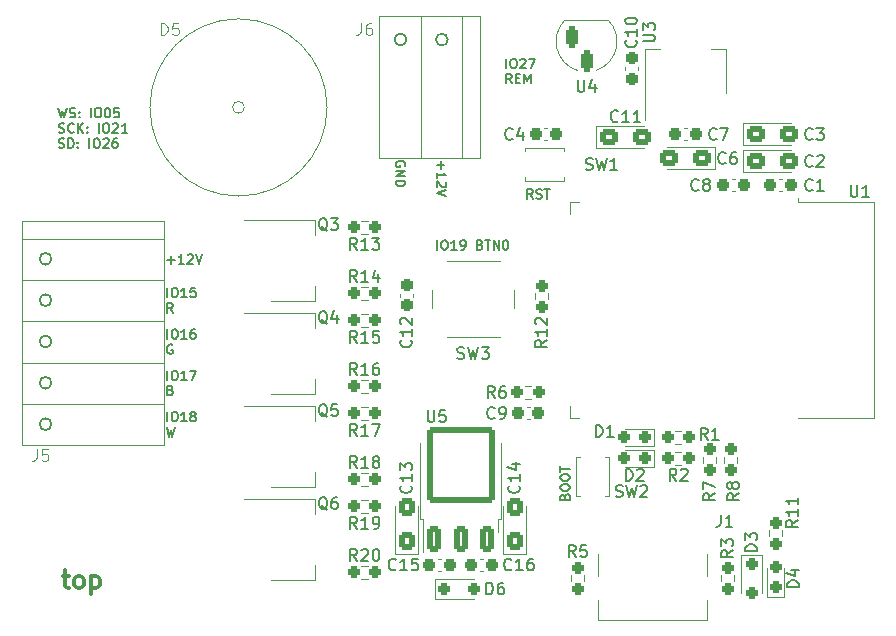
<source format=gto>
G04 #@! TF.GenerationSoftware,KiCad,Pcbnew,8.0.2*
G04 #@! TF.CreationDate,2024-05-04T07:14:25+02:00*
G04 #@! TF.ProjectId,WLED_Controller_PWM,574c4544-5f43-46f6-9e74-726f6c6c6572,rev?*
G04 #@! TF.SameCoordinates,Original*
G04 #@! TF.FileFunction,Legend,Top*
G04 #@! TF.FilePolarity,Positive*
%FSLAX46Y46*%
G04 Gerber Fmt 4.6, Leading zero omitted, Abs format (unit mm)*
G04 Created by KiCad (PCBNEW 8.0.2) date 2024-05-04 07:14:25*
%MOMM*%
%LPD*%
G01*
G04 APERTURE LIST*
G04 Aperture macros list*
%AMRoundRect*
0 Rectangle with rounded corners*
0 $1 Rounding radius*
0 $2 $3 $4 $5 $6 $7 $8 $9 X,Y pos of 4 corners*
0 Add a 4 corners polygon primitive as box body*
4,1,4,$2,$3,$4,$5,$6,$7,$8,$9,$2,$3,0*
0 Add four circle primitives for the rounded corners*
1,1,$1+$1,$2,$3*
1,1,$1+$1,$4,$5*
1,1,$1+$1,$6,$7*
1,1,$1+$1,$8,$9*
0 Add four rect primitives between the rounded corners*
20,1,$1+$1,$2,$3,$4,$5,0*
20,1,$1+$1,$4,$5,$6,$7,0*
20,1,$1+$1,$6,$7,$8,$9,0*
20,1,$1+$1,$8,$9,$2,$3,0*%
G04 Aperture macros list end*
%ADD10C,0.200000*%
%ADD11C,0.300000*%
%ADD12C,0.150000*%
%ADD13C,0.100000*%
%ADD14C,0.120000*%
%ADD15RoundRect,0.250000X-0.250000X-0.250000X0.250000X-0.250000X0.250000X0.250000X-0.250000X0.250000X0*%
%ADD16RoundRect,0.237500X0.237500X-0.250000X0.237500X0.250000X-0.237500X0.250000X-0.237500X-0.250000X0*%
%ADD17RoundRect,0.237500X0.250000X0.237500X-0.250000X0.237500X-0.250000X-0.237500X0.250000X-0.237500X0*%
%ADD18R,0.900000X1.500000*%
%ADD19R,1.500000X0.900000*%
%ADD20C,0.600000*%
%ADD21R,4.200000X4.200000*%
%ADD22C,2.000000*%
%ADD23RoundRect,0.250000X0.425000X-0.537500X0.425000X0.537500X-0.425000X0.537500X-0.425000X-0.537500X0*%
%ADD24RoundRect,0.237500X-0.250000X-0.237500X0.250000X-0.237500X0.250000X0.237500X-0.250000X0.237500X0*%
%ADD25RoundRect,0.237500X-0.237500X0.300000X-0.237500X-0.300000X0.237500X-0.300000X0.237500X0.300000X0*%
%ADD26R,1.500000X2.000000*%
%ADD27R,3.800000X2.000000*%
%ADD28RoundRect,0.250000X-0.537500X-0.425000X0.537500X-0.425000X0.537500X0.425000X-0.537500X0.425000X0*%
%ADD29R,2.000000X1.500000*%
%ADD30R,2.000000X3.800000*%
%ADD31RoundRect,0.237500X-0.237500X0.250000X-0.237500X-0.250000X0.237500X-0.250000X0.237500X0.250000X0*%
%ADD32RoundRect,0.250000X-0.250000X0.250000X-0.250000X-0.250000X0.250000X-0.250000X0.250000X0.250000X0*%
%ADD33RoundRect,0.237500X0.287500X0.237500X-0.287500X0.237500X-0.287500X-0.237500X0.287500X-0.237500X0*%
%ADD34R,1.700000X1.925000*%
%ADD35RoundRect,0.237500X0.300000X0.237500X-0.300000X0.237500X-0.300000X-0.237500X0.300000X-0.237500X0*%
%ADD36RoundRect,0.237500X0.237500X-0.287500X0.237500X0.287500X-0.237500X0.287500X-0.237500X-0.287500X0*%
%ADD37RoundRect,0.250000X0.350000X-0.850000X0.350000X0.850000X-0.350000X0.850000X-0.350000X-0.850000X0*%
%ADD38RoundRect,0.249997X2.650003X-2.950003X2.650003X2.950003X-2.650003X2.950003X-2.650003X-2.950003X0*%
%ADD39R,1.100000X1.800000*%
%ADD40RoundRect,0.275000X0.275000X0.625000X-0.275000X0.625000X-0.275000X-0.625000X0.275000X-0.625000X0*%
%ADD41RoundRect,0.237500X-0.300000X-0.237500X0.300000X-0.237500X0.300000X0.237500X-0.300000X0.237500X0*%
%ADD42C,0.650000*%
%ADD43R,0.600000X1.240000*%
%ADD44R,0.300000X1.240000*%
%ADD45O,1.000000X2.100000*%
%ADD46O,1.000000X1.800000*%
%ADD47RoundRect,0.250000X0.537500X0.425000X-0.537500X0.425000X-0.537500X-0.425000X0.537500X-0.425000X0*%
%ADD48R,1.925000X1.700000*%
%ADD49C,1.524000*%
G04 APERTURE END LIST*
D10*
X35399066Y37589945D02*
X35399066Y36980422D01*
X35094304Y37285183D02*
X35703828Y37285183D01*
X35094304Y36180422D02*
X35094304Y36637565D01*
X35094304Y36408993D02*
X35894304Y36408993D01*
X35894304Y36408993D02*
X35780019Y36485184D01*
X35780019Y36485184D02*
X35703828Y36561374D01*
X35703828Y36561374D02*
X35665733Y36637565D01*
X35818114Y35875660D02*
X35856209Y35837564D01*
X35856209Y35837564D02*
X35894304Y35761374D01*
X35894304Y35761374D02*
X35894304Y35570898D01*
X35894304Y35570898D02*
X35856209Y35494707D01*
X35856209Y35494707D02*
X35818114Y35456612D01*
X35818114Y35456612D02*
X35741923Y35418517D01*
X35741923Y35418517D02*
X35665733Y35418517D01*
X35665733Y35418517D02*
X35551447Y35456612D01*
X35551447Y35456612D02*
X35094304Y35913755D01*
X35094304Y35913755D02*
X35094304Y35418517D01*
X35894304Y35189945D02*
X35094304Y34923278D01*
X35094304Y34923278D02*
X35894304Y34656612D01*
X45914647Y9224720D02*
X45952742Y9339006D01*
X45952742Y9339006D02*
X45990838Y9377101D01*
X45990838Y9377101D02*
X46067028Y9415197D01*
X46067028Y9415197D02*
X46181314Y9415197D01*
X46181314Y9415197D02*
X46257504Y9377101D01*
X46257504Y9377101D02*
X46295600Y9339006D01*
X46295600Y9339006D02*
X46333695Y9262816D01*
X46333695Y9262816D02*
X46333695Y8958054D01*
X46333695Y8958054D02*
X45533695Y8958054D01*
X45533695Y8958054D02*
X45533695Y9224720D01*
X45533695Y9224720D02*
X45571790Y9300911D01*
X45571790Y9300911D02*
X45609885Y9339006D01*
X45609885Y9339006D02*
X45686076Y9377101D01*
X45686076Y9377101D02*
X45762266Y9377101D01*
X45762266Y9377101D02*
X45838457Y9339006D01*
X45838457Y9339006D02*
X45876552Y9300911D01*
X45876552Y9300911D02*
X45914647Y9224720D01*
X45914647Y9224720D02*
X45914647Y8958054D01*
X45533695Y9910435D02*
X45533695Y10062816D01*
X45533695Y10062816D02*
X45571790Y10139006D01*
X45571790Y10139006D02*
X45647980Y10215197D01*
X45647980Y10215197D02*
X45800361Y10253292D01*
X45800361Y10253292D02*
X46067028Y10253292D01*
X46067028Y10253292D02*
X46219409Y10215197D01*
X46219409Y10215197D02*
X46295600Y10139006D01*
X46295600Y10139006D02*
X46333695Y10062816D01*
X46333695Y10062816D02*
X46333695Y9910435D01*
X46333695Y9910435D02*
X46295600Y9834244D01*
X46295600Y9834244D02*
X46219409Y9758054D01*
X46219409Y9758054D02*
X46067028Y9719958D01*
X46067028Y9719958D02*
X45800361Y9719958D01*
X45800361Y9719958D02*
X45647980Y9758054D01*
X45647980Y9758054D02*
X45571790Y9834244D01*
X45571790Y9834244D02*
X45533695Y9910435D01*
X45533695Y10748530D02*
X45533695Y10900911D01*
X45533695Y10900911D02*
X45571790Y10977101D01*
X45571790Y10977101D02*
X45647980Y11053292D01*
X45647980Y11053292D02*
X45800361Y11091387D01*
X45800361Y11091387D02*
X46067028Y11091387D01*
X46067028Y11091387D02*
X46219409Y11053292D01*
X46219409Y11053292D02*
X46295600Y10977101D01*
X46295600Y10977101D02*
X46333695Y10900911D01*
X46333695Y10900911D02*
X46333695Y10748530D01*
X46333695Y10748530D02*
X46295600Y10672339D01*
X46295600Y10672339D02*
X46219409Y10596149D01*
X46219409Y10596149D02*
X46067028Y10558053D01*
X46067028Y10558053D02*
X45800361Y10558053D01*
X45800361Y10558053D02*
X45647980Y10596149D01*
X45647980Y10596149D02*
X45571790Y10672339D01*
X45571790Y10672339D02*
X45533695Y10748530D01*
X45533695Y11319958D02*
X45533695Y11777101D01*
X46333695Y11548529D02*
X45533695Y11548529D01*
D11*
X3388225Y2469171D02*
X3959653Y2469171D01*
X3602510Y2969171D02*
X3602510Y1683457D01*
X3602510Y1683457D02*
X3673939Y1540600D01*
X3673939Y1540600D02*
X3816796Y1469171D01*
X3816796Y1469171D02*
X3959653Y1469171D01*
X4673939Y1469171D02*
X4531082Y1540600D01*
X4531082Y1540600D02*
X4459653Y1612028D01*
X4459653Y1612028D02*
X4388225Y1754885D01*
X4388225Y1754885D02*
X4388225Y2183457D01*
X4388225Y2183457D02*
X4459653Y2326314D01*
X4459653Y2326314D02*
X4531082Y2397742D01*
X4531082Y2397742D02*
X4673939Y2469171D01*
X4673939Y2469171D02*
X4888225Y2469171D01*
X4888225Y2469171D02*
X5031082Y2397742D01*
X5031082Y2397742D02*
X5102511Y2326314D01*
X5102511Y2326314D02*
X5173939Y2183457D01*
X5173939Y2183457D02*
X5173939Y1754885D01*
X5173939Y1754885D02*
X5102511Y1612028D01*
X5102511Y1612028D02*
X5031082Y1540600D01*
X5031082Y1540600D02*
X4888225Y1469171D01*
X4888225Y1469171D02*
X4673939Y1469171D01*
X5816796Y2469171D02*
X5816796Y969171D01*
X5816796Y2397742D02*
X5959654Y2469171D01*
X5959654Y2469171D02*
X6245368Y2469171D01*
X6245368Y2469171D02*
X6388225Y2397742D01*
X6388225Y2397742D02*
X6459654Y2326314D01*
X6459654Y2326314D02*
X6531082Y2183457D01*
X6531082Y2183457D02*
X6531082Y1754885D01*
X6531082Y1754885D02*
X6459654Y1612028D01*
X6459654Y1612028D02*
X6388225Y1540600D01*
X6388225Y1540600D02*
X6245368Y1469171D01*
X6245368Y1469171D02*
X5959654Y1469171D01*
X5959654Y1469171D02*
X5816796Y1540600D01*
D10*
X12274054Y19086281D02*
X12274054Y19886281D01*
X12807387Y19886281D02*
X12959768Y19886281D01*
X12959768Y19886281D02*
X13035958Y19848186D01*
X13035958Y19848186D02*
X13112149Y19771996D01*
X13112149Y19771996D02*
X13150244Y19619615D01*
X13150244Y19619615D02*
X13150244Y19352948D01*
X13150244Y19352948D02*
X13112149Y19200567D01*
X13112149Y19200567D02*
X13035958Y19124377D01*
X13035958Y19124377D02*
X12959768Y19086281D01*
X12959768Y19086281D02*
X12807387Y19086281D01*
X12807387Y19086281D02*
X12731196Y19124377D01*
X12731196Y19124377D02*
X12655006Y19200567D01*
X12655006Y19200567D02*
X12616910Y19352948D01*
X12616910Y19352948D02*
X12616910Y19619615D01*
X12616910Y19619615D02*
X12655006Y19771996D01*
X12655006Y19771996D02*
X12731196Y19848186D01*
X12731196Y19848186D02*
X12807387Y19886281D01*
X13912148Y19086281D02*
X13455005Y19086281D01*
X13683577Y19086281D02*
X13683577Y19886281D01*
X13683577Y19886281D02*
X13607386Y19771996D01*
X13607386Y19771996D02*
X13531196Y19695805D01*
X13531196Y19695805D02*
X13455005Y19657710D01*
X14178815Y19886281D02*
X14712149Y19886281D01*
X14712149Y19886281D02*
X14369291Y19086281D01*
X12540720Y18217374D02*
X12655006Y18179279D01*
X12655006Y18179279D02*
X12693101Y18141183D01*
X12693101Y18141183D02*
X12731197Y18064993D01*
X12731197Y18064993D02*
X12731197Y17950707D01*
X12731197Y17950707D02*
X12693101Y17874517D01*
X12693101Y17874517D02*
X12655006Y17836422D01*
X12655006Y17836422D02*
X12578816Y17798326D01*
X12578816Y17798326D02*
X12274054Y17798326D01*
X12274054Y17798326D02*
X12274054Y18598326D01*
X12274054Y18598326D02*
X12540720Y18598326D01*
X12540720Y18598326D02*
X12616911Y18560231D01*
X12616911Y18560231D02*
X12655006Y18522136D01*
X12655006Y18522136D02*
X12693101Y18445945D01*
X12693101Y18445945D02*
X12693101Y18369755D01*
X12693101Y18369755D02*
X12655006Y18293564D01*
X12655006Y18293564D02*
X12616911Y18255469D01*
X12616911Y18255469D02*
X12540720Y18217374D01*
X12540720Y18217374D02*
X12274054Y18217374D01*
X12274054Y26086281D02*
X12274054Y26886281D01*
X12807387Y26886281D02*
X12959768Y26886281D01*
X12959768Y26886281D02*
X13035958Y26848186D01*
X13035958Y26848186D02*
X13112149Y26771996D01*
X13112149Y26771996D02*
X13150244Y26619615D01*
X13150244Y26619615D02*
X13150244Y26352948D01*
X13150244Y26352948D02*
X13112149Y26200567D01*
X13112149Y26200567D02*
X13035958Y26124377D01*
X13035958Y26124377D02*
X12959768Y26086281D01*
X12959768Y26086281D02*
X12807387Y26086281D01*
X12807387Y26086281D02*
X12731196Y26124377D01*
X12731196Y26124377D02*
X12655006Y26200567D01*
X12655006Y26200567D02*
X12616910Y26352948D01*
X12616910Y26352948D02*
X12616910Y26619615D01*
X12616910Y26619615D02*
X12655006Y26771996D01*
X12655006Y26771996D02*
X12731196Y26848186D01*
X12731196Y26848186D02*
X12807387Y26886281D01*
X13912148Y26086281D02*
X13455005Y26086281D01*
X13683577Y26086281D02*
X13683577Y26886281D01*
X13683577Y26886281D02*
X13607386Y26771996D01*
X13607386Y26771996D02*
X13531196Y26695805D01*
X13531196Y26695805D02*
X13455005Y26657710D01*
X14635958Y26886281D02*
X14255006Y26886281D01*
X14255006Y26886281D02*
X14216910Y26505329D01*
X14216910Y26505329D02*
X14255006Y26543424D01*
X14255006Y26543424D02*
X14331196Y26581519D01*
X14331196Y26581519D02*
X14521672Y26581519D01*
X14521672Y26581519D02*
X14597863Y26543424D01*
X14597863Y26543424D02*
X14635958Y26505329D01*
X14635958Y26505329D02*
X14674053Y26429138D01*
X14674053Y26429138D02*
X14674053Y26238662D01*
X14674053Y26238662D02*
X14635958Y26162472D01*
X14635958Y26162472D02*
X14597863Y26124377D01*
X14597863Y26124377D02*
X14521672Y26086281D01*
X14521672Y26086281D02*
X14331196Y26086281D01*
X14331196Y26086281D02*
X14255006Y26124377D01*
X14255006Y26124377D02*
X14216910Y26162472D01*
X12731197Y24798326D02*
X12464530Y25179279D01*
X12274054Y24798326D02*
X12274054Y25598326D01*
X12274054Y25598326D02*
X12578816Y25598326D01*
X12578816Y25598326D02*
X12655006Y25560231D01*
X12655006Y25560231D02*
X12693101Y25522136D01*
X12693101Y25522136D02*
X12731197Y25445945D01*
X12731197Y25445945D02*
X12731197Y25331660D01*
X12731197Y25331660D02*
X12693101Y25255469D01*
X12693101Y25255469D02*
X12655006Y25217374D01*
X12655006Y25217374D02*
X12578816Y25179279D01*
X12578816Y25179279D02*
X12274054Y25179279D01*
X12274054Y29247066D02*
X12883578Y29247066D01*
X12578816Y28942304D02*
X12578816Y29551828D01*
X13683577Y28942304D02*
X13226434Y28942304D01*
X13455006Y28942304D02*
X13455006Y29742304D01*
X13455006Y29742304D02*
X13378815Y29628019D01*
X13378815Y29628019D02*
X13302625Y29551828D01*
X13302625Y29551828D02*
X13226434Y29513733D01*
X13988339Y29666114D02*
X14026435Y29704209D01*
X14026435Y29704209D02*
X14102625Y29742304D01*
X14102625Y29742304D02*
X14293101Y29742304D01*
X14293101Y29742304D02*
X14369292Y29704209D01*
X14369292Y29704209D02*
X14407387Y29666114D01*
X14407387Y29666114D02*
X14445482Y29589923D01*
X14445482Y29589923D02*
X14445482Y29513733D01*
X14445482Y29513733D02*
X14407387Y29399447D01*
X14407387Y29399447D02*
X13950244Y28942304D01*
X13950244Y28942304D02*
X14445482Y28942304D01*
X14674054Y29742304D02*
X14940721Y28942304D01*
X14940721Y28942304D02*
X15207387Y29742304D01*
X43197197Y34438304D02*
X42930530Y34819257D01*
X42740054Y34438304D02*
X42740054Y35238304D01*
X42740054Y35238304D02*
X43044816Y35238304D01*
X43044816Y35238304D02*
X43121006Y35200209D01*
X43121006Y35200209D02*
X43159101Y35162114D01*
X43159101Y35162114D02*
X43197197Y35085923D01*
X43197197Y35085923D02*
X43197197Y34971638D01*
X43197197Y34971638D02*
X43159101Y34895447D01*
X43159101Y34895447D02*
X43121006Y34857352D01*
X43121006Y34857352D02*
X43044816Y34819257D01*
X43044816Y34819257D02*
X42740054Y34819257D01*
X43501958Y34476400D02*
X43616244Y34438304D01*
X43616244Y34438304D02*
X43806720Y34438304D01*
X43806720Y34438304D02*
X43882911Y34476400D01*
X43882911Y34476400D02*
X43921006Y34514495D01*
X43921006Y34514495D02*
X43959101Y34590685D01*
X43959101Y34590685D02*
X43959101Y34666876D01*
X43959101Y34666876D02*
X43921006Y34743066D01*
X43921006Y34743066D02*
X43882911Y34781161D01*
X43882911Y34781161D02*
X43806720Y34819257D01*
X43806720Y34819257D02*
X43654339Y34857352D01*
X43654339Y34857352D02*
X43578149Y34895447D01*
X43578149Y34895447D02*
X43540054Y34933542D01*
X43540054Y34933542D02*
X43501958Y35009733D01*
X43501958Y35009733D02*
X43501958Y35085923D01*
X43501958Y35085923D02*
X43540054Y35162114D01*
X43540054Y35162114D02*
X43578149Y35200209D01*
X43578149Y35200209D02*
X43654339Y35238304D01*
X43654339Y35238304D02*
X43844816Y35238304D01*
X43844816Y35238304D02*
X43959101Y35200209D01*
X44187673Y35238304D02*
X44644816Y35238304D01*
X44416244Y34438304D02*
X44416244Y35238304D01*
X40962054Y45496281D02*
X40962054Y46296281D01*
X41495387Y46296281D02*
X41647768Y46296281D01*
X41647768Y46296281D02*
X41723958Y46258186D01*
X41723958Y46258186D02*
X41800149Y46181996D01*
X41800149Y46181996D02*
X41838244Y46029615D01*
X41838244Y46029615D02*
X41838244Y45762948D01*
X41838244Y45762948D02*
X41800149Y45610567D01*
X41800149Y45610567D02*
X41723958Y45534377D01*
X41723958Y45534377D02*
X41647768Y45496281D01*
X41647768Y45496281D02*
X41495387Y45496281D01*
X41495387Y45496281D02*
X41419196Y45534377D01*
X41419196Y45534377D02*
X41343006Y45610567D01*
X41343006Y45610567D02*
X41304910Y45762948D01*
X41304910Y45762948D02*
X41304910Y46029615D01*
X41304910Y46029615D02*
X41343006Y46181996D01*
X41343006Y46181996D02*
X41419196Y46258186D01*
X41419196Y46258186D02*
X41495387Y46296281D01*
X42143005Y46220091D02*
X42181101Y46258186D01*
X42181101Y46258186D02*
X42257291Y46296281D01*
X42257291Y46296281D02*
X42447767Y46296281D01*
X42447767Y46296281D02*
X42523958Y46258186D01*
X42523958Y46258186D02*
X42562053Y46220091D01*
X42562053Y46220091D02*
X42600148Y46143900D01*
X42600148Y46143900D02*
X42600148Y46067710D01*
X42600148Y46067710D02*
X42562053Y45953424D01*
X42562053Y45953424D02*
X42104910Y45496281D01*
X42104910Y45496281D02*
X42600148Y45496281D01*
X42866815Y46296281D02*
X43400149Y46296281D01*
X43400149Y46296281D02*
X43057291Y45496281D01*
X41419197Y44208326D02*
X41152530Y44589279D01*
X40962054Y44208326D02*
X40962054Y45008326D01*
X40962054Y45008326D02*
X41266816Y45008326D01*
X41266816Y45008326D02*
X41343006Y44970231D01*
X41343006Y44970231D02*
X41381101Y44932136D01*
X41381101Y44932136D02*
X41419197Y44855945D01*
X41419197Y44855945D02*
X41419197Y44741660D01*
X41419197Y44741660D02*
X41381101Y44665469D01*
X41381101Y44665469D02*
X41343006Y44627374D01*
X41343006Y44627374D02*
X41266816Y44589279D01*
X41266816Y44589279D02*
X40962054Y44589279D01*
X41762054Y44627374D02*
X42028720Y44627374D01*
X42143006Y44208326D02*
X41762054Y44208326D01*
X41762054Y44208326D02*
X41762054Y45008326D01*
X41762054Y45008326D02*
X42143006Y45008326D01*
X42485864Y44208326D02*
X42485864Y45008326D01*
X42485864Y45008326D02*
X42752530Y44436898D01*
X42752530Y44436898D02*
X43019197Y45008326D01*
X43019197Y45008326D02*
X43019197Y44208326D01*
X3039863Y42114259D02*
X3230339Y41314259D01*
X3230339Y41314259D02*
X3382720Y41885688D01*
X3382720Y41885688D02*
X3535101Y41314259D01*
X3535101Y41314259D02*
X3725578Y42114259D01*
X3992244Y41352355D02*
X4106530Y41314259D01*
X4106530Y41314259D02*
X4297006Y41314259D01*
X4297006Y41314259D02*
X4373197Y41352355D01*
X4373197Y41352355D02*
X4411292Y41390450D01*
X4411292Y41390450D02*
X4449387Y41466640D01*
X4449387Y41466640D02*
X4449387Y41542831D01*
X4449387Y41542831D02*
X4411292Y41619021D01*
X4411292Y41619021D02*
X4373197Y41657116D01*
X4373197Y41657116D02*
X4297006Y41695212D01*
X4297006Y41695212D02*
X4144625Y41733307D01*
X4144625Y41733307D02*
X4068435Y41771402D01*
X4068435Y41771402D02*
X4030340Y41809497D01*
X4030340Y41809497D02*
X3992244Y41885688D01*
X3992244Y41885688D02*
X3992244Y41961878D01*
X3992244Y41961878D02*
X4030340Y42038069D01*
X4030340Y42038069D02*
X4068435Y42076164D01*
X4068435Y42076164D02*
X4144625Y42114259D01*
X4144625Y42114259D02*
X4335102Y42114259D01*
X4335102Y42114259D02*
X4449387Y42076164D01*
X4792245Y41390450D02*
X4830340Y41352355D01*
X4830340Y41352355D02*
X4792245Y41314259D01*
X4792245Y41314259D02*
X4754149Y41352355D01*
X4754149Y41352355D02*
X4792245Y41390450D01*
X4792245Y41390450D02*
X4792245Y41314259D01*
X4792245Y41809497D02*
X4830340Y41771402D01*
X4830340Y41771402D02*
X4792245Y41733307D01*
X4792245Y41733307D02*
X4754149Y41771402D01*
X4754149Y41771402D02*
X4792245Y41809497D01*
X4792245Y41809497D02*
X4792245Y41733307D01*
X5782721Y41314259D02*
X5782721Y42114259D01*
X6316054Y42114259D02*
X6468435Y42114259D01*
X6468435Y42114259D02*
X6544625Y42076164D01*
X6544625Y42076164D02*
X6620816Y41999974D01*
X6620816Y41999974D02*
X6658911Y41847593D01*
X6658911Y41847593D02*
X6658911Y41580926D01*
X6658911Y41580926D02*
X6620816Y41428545D01*
X6620816Y41428545D02*
X6544625Y41352355D01*
X6544625Y41352355D02*
X6468435Y41314259D01*
X6468435Y41314259D02*
X6316054Y41314259D01*
X6316054Y41314259D02*
X6239863Y41352355D01*
X6239863Y41352355D02*
X6163673Y41428545D01*
X6163673Y41428545D02*
X6125577Y41580926D01*
X6125577Y41580926D02*
X6125577Y41847593D01*
X6125577Y41847593D02*
X6163673Y41999974D01*
X6163673Y41999974D02*
X6239863Y42076164D01*
X6239863Y42076164D02*
X6316054Y42114259D01*
X7154149Y42114259D02*
X7230339Y42114259D01*
X7230339Y42114259D02*
X7306530Y42076164D01*
X7306530Y42076164D02*
X7344625Y42038069D01*
X7344625Y42038069D02*
X7382720Y41961878D01*
X7382720Y41961878D02*
X7420815Y41809497D01*
X7420815Y41809497D02*
X7420815Y41619021D01*
X7420815Y41619021D02*
X7382720Y41466640D01*
X7382720Y41466640D02*
X7344625Y41390450D01*
X7344625Y41390450D02*
X7306530Y41352355D01*
X7306530Y41352355D02*
X7230339Y41314259D01*
X7230339Y41314259D02*
X7154149Y41314259D01*
X7154149Y41314259D02*
X7077958Y41352355D01*
X7077958Y41352355D02*
X7039863Y41390450D01*
X7039863Y41390450D02*
X7001768Y41466640D01*
X7001768Y41466640D02*
X6963672Y41619021D01*
X6963672Y41619021D02*
X6963672Y41809497D01*
X6963672Y41809497D02*
X7001768Y41961878D01*
X7001768Y41961878D02*
X7039863Y42038069D01*
X7039863Y42038069D02*
X7077958Y42076164D01*
X7077958Y42076164D02*
X7154149Y42114259D01*
X8144625Y42114259D02*
X7763673Y42114259D01*
X7763673Y42114259D02*
X7725577Y41733307D01*
X7725577Y41733307D02*
X7763673Y41771402D01*
X7763673Y41771402D02*
X7839863Y41809497D01*
X7839863Y41809497D02*
X8030339Y41809497D01*
X8030339Y41809497D02*
X8106530Y41771402D01*
X8106530Y41771402D02*
X8144625Y41733307D01*
X8144625Y41733307D02*
X8182720Y41657116D01*
X8182720Y41657116D02*
X8182720Y41466640D01*
X8182720Y41466640D02*
X8144625Y41390450D01*
X8144625Y41390450D02*
X8106530Y41352355D01*
X8106530Y41352355D02*
X8030339Y41314259D01*
X8030339Y41314259D02*
X7839863Y41314259D01*
X7839863Y41314259D02*
X7763673Y41352355D01*
X7763673Y41352355D02*
X7725577Y41390450D01*
X3077958Y40064400D02*
X3192244Y40026304D01*
X3192244Y40026304D02*
X3382720Y40026304D01*
X3382720Y40026304D02*
X3458911Y40064400D01*
X3458911Y40064400D02*
X3497006Y40102495D01*
X3497006Y40102495D02*
X3535101Y40178685D01*
X3535101Y40178685D02*
X3535101Y40254876D01*
X3535101Y40254876D02*
X3497006Y40331066D01*
X3497006Y40331066D02*
X3458911Y40369161D01*
X3458911Y40369161D02*
X3382720Y40407257D01*
X3382720Y40407257D02*
X3230339Y40445352D01*
X3230339Y40445352D02*
X3154149Y40483447D01*
X3154149Y40483447D02*
X3116054Y40521542D01*
X3116054Y40521542D02*
X3077958Y40597733D01*
X3077958Y40597733D02*
X3077958Y40673923D01*
X3077958Y40673923D02*
X3116054Y40750114D01*
X3116054Y40750114D02*
X3154149Y40788209D01*
X3154149Y40788209D02*
X3230339Y40826304D01*
X3230339Y40826304D02*
X3420816Y40826304D01*
X3420816Y40826304D02*
X3535101Y40788209D01*
X4335102Y40102495D02*
X4297006Y40064400D01*
X4297006Y40064400D02*
X4182721Y40026304D01*
X4182721Y40026304D02*
X4106530Y40026304D01*
X4106530Y40026304D02*
X3992244Y40064400D01*
X3992244Y40064400D02*
X3916054Y40140590D01*
X3916054Y40140590D02*
X3877959Y40216780D01*
X3877959Y40216780D02*
X3839863Y40369161D01*
X3839863Y40369161D02*
X3839863Y40483447D01*
X3839863Y40483447D02*
X3877959Y40635828D01*
X3877959Y40635828D02*
X3916054Y40712019D01*
X3916054Y40712019D02*
X3992244Y40788209D01*
X3992244Y40788209D02*
X4106530Y40826304D01*
X4106530Y40826304D02*
X4182721Y40826304D01*
X4182721Y40826304D02*
X4297006Y40788209D01*
X4297006Y40788209D02*
X4335102Y40750114D01*
X4677959Y40026304D02*
X4677959Y40826304D01*
X5135102Y40026304D02*
X4792244Y40483447D01*
X5135102Y40826304D02*
X4677959Y40369161D01*
X5477959Y40102495D02*
X5516054Y40064400D01*
X5516054Y40064400D02*
X5477959Y40026304D01*
X5477959Y40026304D02*
X5439863Y40064400D01*
X5439863Y40064400D02*
X5477959Y40102495D01*
X5477959Y40102495D02*
X5477959Y40026304D01*
X5477959Y40521542D02*
X5516054Y40483447D01*
X5516054Y40483447D02*
X5477959Y40445352D01*
X5477959Y40445352D02*
X5439863Y40483447D01*
X5439863Y40483447D02*
X5477959Y40521542D01*
X5477959Y40521542D02*
X5477959Y40445352D01*
X6468435Y40026304D02*
X6468435Y40826304D01*
X7001768Y40826304D02*
X7154149Y40826304D01*
X7154149Y40826304D02*
X7230339Y40788209D01*
X7230339Y40788209D02*
X7306530Y40712019D01*
X7306530Y40712019D02*
X7344625Y40559638D01*
X7344625Y40559638D02*
X7344625Y40292971D01*
X7344625Y40292971D02*
X7306530Y40140590D01*
X7306530Y40140590D02*
X7230339Y40064400D01*
X7230339Y40064400D02*
X7154149Y40026304D01*
X7154149Y40026304D02*
X7001768Y40026304D01*
X7001768Y40026304D02*
X6925577Y40064400D01*
X6925577Y40064400D02*
X6849387Y40140590D01*
X6849387Y40140590D02*
X6811291Y40292971D01*
X6811291Y40292971D02*
X6811291Y40559638D01*
X6811291Y40559638D02*
X6849387Y40712019D01*
X6849387Y40712019D02*
X6925577Y40788209D01*
X6925577Y40788209D02*
X7001768Y40826304D01*
X7649386Y40750114D02*
X7687482Y40788209D01*
X7687482Y40788209D02*
X7763672Y40826304D01*
X7763672Y40826304D02*
X7954148Y40826304D01*
X7954148Y40826304D02*
X8030339Y40788209D01*
X8030339Y40788209D02*
X8068434Y40750114D01*
X8068434Y40750114D02*
X8106529Y40673923D01*
X8106529Y40673923D02*
X8106529Y40597733D01*
X8106529Y40597733D02*
X8068434Y40483447D01*
X8068434Y40483447D02*
X7611291Y40026304D01*
X7611291Y40026304D02*
X8106529Y40026304D01*
X8868434Y40026304D02*
X8411291Y40026304D01*
X8639863Y40026304D02*
X8639863Y40826304D01*
X8639863Y40826304D02*
X8563672Y40712019D01*
X8563672Y40712019D02*
X8487482Y40635828D01*
X8487482Y40635828D02*
X8411291Y40597733D01*
X3077958Y38776445D02*
X3192244Y38738349D01*
X3192244Y38738349D02*
X3382720Y38738349D01*
X3382720Y38738349D02*
X3458911Y38776445D01*
X3458911Y38776445D02*
X3497006Y38814540D01*
X3497006Y38814540D02*
X3535101Y38890730D01*
X3535101Y38890730D02*
X3535101Y38966921D01*
X3535101Y38966921D02*
X3497006Y39043111D01*
X3497006Y39043111D02*
X3458911Y39081206D01*
X3458911Y39081206D02*
X3382720Y39119302D01*
X3382720Y39119302D02*
X3230339Y39157397D01*
X3230339Y39157397D02*
X3154149Y39195492D01*
X3154149Y39195492D02*
X3116054Y39233587D01*
X3116054Y39233587D02*
X3077958Y39309778D01*
X3077958Y39309778D02*
X3077958Y39385968D01*
X3077958Y39385968D02*
X3116054Y39462159D01*
X3116054Y39462159D02*
X3154149Y39500254D01*
X3154149Y39500254D02*
X3230339Y39538349D01*
X3230339Y39538349D02*
X3420816Y39538349D01*
X3420816Y39538349D02*
X3535101Y39500254D01*
X3877959Y38738349D02*
X3877959Y39538349D01*
X3877959Y39538349D02*
X4068435Y39538349D01*
X4068435Y39538349D02*
X4182721Y39500254D01*
X4182721Y39500254D02*
X4258911Y39424064D01*
X4258911Y39424064D02*
X4297006Y39347873D01*
X4297006Y39347873D02*
X4335102Y39195492D01*
X4335102Y39195492D02*
X4335102Y39081206D01*
X4335102Y39081206D02*
X4297006Y38928825D01*
X4297006Y38928825D02*
X4258911Y38852635D01*
X4258911Y38852635D02*
X4182721Y38776445D01*
X4182721Y38776445D02*
X4068435Y38738349D01*
X4068435Y38738349D02*
X3877959Y38738349D01*
X4677959Y38814540D02*
X4716054Y38776445D01*
X4716054Y38776445D02*
X4677959Y38738349D01*
X4677959Y38738349D02*
X4639863Y38776445D01*
X4639863Y38776445D02*
X4677959Y38814540D01*
X4677959Y38814540D02*
X4677959Y38738349D01*
X4677959Y39233587D02*
X4716054Y39195492D01*
X4716054Y39195492D02*
X4677959Y39157397D01*
X4677959Y39157397D02*
X4639863Y39195492D01*
X4639863Y39195492D02*
X4677959Y39233587D01*
X4677959Y39233587D02*
X4677959Y39157397D01*
X5668435Y38738349D02*
X5668435Y39538349D01*
X6201768Y39538349D02*
X6354149Y39538349D01*
X6354149Y39538349D02*
X6430339Y39500254D01*
X6430339Y39500254D02*
X6506530Y39424064D01*
X6506530Y39424064D02*
X6544625Y39271683D01*
X6544625Y39271683D02*
X6544625Y39005016D01*
X6544625Y39005016D02*
X6506530Y38852635D01*
X6506530Y38852635D02*
X6430339Y38776445D01*
X6430339Y38776445D02*
X6354149Y38738349D01*
X6354149Y38738349D02*
X6201768Y38738349D01*
X6201768Y38738349D02*
X6125577Y38776445D01*
X6125577Y38776445D02*
X6049387Y38852635D01*
X6049387Y38852635D02*
X6011291Y39005016D01*
X6011291Y39005016D02*
X6011291Y39271683D01*
X6011291Y39271683D02*
X6049387Y39424064D01*
X6049387Y39424064D02*
X6125577Y39500254D01*
X6125577Y39500254D02*
X6201768Y39538349D01*
X6849386Y39462159D02*
X6887482Y39500254D01*
X6887482Y39500254D02*
X6963672Y39538349D01*
X6963672Y39538349D02*
X7154148Y39538349D01*
X7154148Y39538349D02*
X7230339Y39500254D01*
X7230339Y39500254D02*
X7268434Y39462159D01*
X7268434Y39462159D02*
X7306529Y39385968D01*
X7306529Y39385968D02*
X7306529Y39309778D01*
X7306529Y39309778D02*
X7268434Y39195492D01*
X7268434Y39195492D02*
X6811291Y38738349D01*
X6811291Y38738349D02*
X7306529Y38738349D01*
X7992244Y39538349D02*
X7839863Y39538349D01*
X7839863Y39538349D02*
X7763672Y39500254D01*
X7763672Y39500254D02*
X7725577Y39462159D01*
X7725577Y39462159D02*
X7649387Y39347873D01*
X7649387Y39347873D02*
X7611291Y39195492D01*
X7611291Y39195492D02*
X7611291Y38890730D01*
X7611291Y38890730D02*
X7649387Y38814540D01*
X7649387Y38814540D02*
X7687482Y38776445D01*
X7687482Y38776445D02*
X7763672Y38738349D01*
X7763672Y38738349D02*
X7916053Y38738349D01*
X7916053Y38738349D02*
X7992244Y38776445D01*
X7992244Y38776445D02*
X8030339Y38814540D01*
X8030339Y38814540D02*
X8068434Y38890730D01*
X8068434Y38890730D02*
X8068434Y39081206D01*
X8068434Y39081206D02*
X8030339Y39157397D01*
X8030339Y39157397D02*
X7992244Y39195492D01*
X7992244Y39195492D02*
X7916053Y39233587D01*
X7916053Y39233587D02*
X7763672Y39233587D01*
X7763672Y39233587D02*
X7687482Y39195492D01*
X7687482Y39195492D02*
X7649387Y39157397D01*
X7649387Y39157397D02*
X7611291Y39081206D01*
X12274054Y15586281D02*
X12274054Y16386281D01*
X12807387Y16386281D02*
X12959768Y16386281D01*
X12959768Y16386281D02*
X13035958Y16348186D01*
X13035958Y16348186D02*
X13112149Y16271996D01*
X13112149Y16271996D02*
X13150244Y16119615D01*
X13150244Y16119615D02*
X13150244Y15852948D01*
X13150244Y15852948D02*
X13112149Y15700567D01*
X13112149Y15700567D02*
X13035958Y15624377D01*
X13035958Y15624377D02*
X12959768Y15586281D01*
X12959768Y15586281D02*
X12807387Y15586281D01*
X12807387Y15586281D02*
X12731196Y15624377D01*
X12731196Y15624377D02*
X12655006Y15700567D01*
X12655006Y15700567D02*
X12616910Y15852948D01*
X12616910Y15852948D02*
X12616910Y16119615D01*
X12616910Y16119615D02*
X12655006Y16271996D01*
X12655006Y16271996D02*
X12731196Y16348186D01*
X12731196Y16348186D02*
X12807387Y16386281D01*
X13912148Y15586281D02*
X13455005Y15586281D01*
X13683577Y15586281D02*
X13683577Y16386281D01*
X13683577Y16386281D02*
X13607386Y16271996D01*
X13607386Y16271996D02*
X13531196Y16195805D01*
X13531196Y16195805D02*
X13455005Y16157710D01*
X14369291Y16043424D02*
X14293101Y16081519D01*
X14293101Y16081519D02*
X14255006Y16119615D01*
X14255006Y16119615D02*
X14216910Y16195805D01*
X14216910Y16195805D02*
X14216910Y16233900D01*
X14216910Y16233900D02*
X14255006Y16310091D01*
X14255006Y16310091D02*
X14293101Y16348186D01*
X14293101Y16348186D02*
X14369291Y16386281D01*
X14369291Y16386281D02*
X14521672Y16386281D01*
X14521672Y16386281D02*
X14597863Y16348186D01*
X14597863Y16348186D02*
X14635958Y16310091D01*
X14635958Y16310091D02*
X14674053Y16233900D01*
X14674053Y16233900D02*
X14674053Y16195805D01*
X14674053Y16195805D02*
X14635958Y16119615D01*
X14635958Y16119615D02*
X14597863Y16081519D01*
X14597863Y16081519D02*
X14521672Y16043424D01*
X14521672Y16043424D02*
X14369291Y16043424D01*
X14369291Y16043424D02*
X14293101Y16005329D01*
X14293101Y16005329D02*
X14255006Y15967234D01*
X14255006Y15967234D02*
X14216910Y15891043D01*
X14216910Y15891043D02*
X14216910Y15738662D01*
X14216910Y15738662D02*
X14255006Y15662472D01*
X14255006Y15662472D02*
X14293101Y15624377D01*
X14293101Y15624377D02*
X14369291Y15586281D01*
X14369291Y15586281D02*
X14521672Y15586281D01*
X14521672Y15586281D02*
X14597863Y15624377D01*
X14597863Y15624377D02*
X14635958Y15662472D01*
X14635958Y15662472D02*
X14674053Y15738662D01*
X14674053Y15738662D02*
X14674053Y15891043D01*
X14674053Y15891043D02*
X14635958Y15967234D01*
X14635958Y15967234D02*
X14597863Y16005329D01*
X14597863Y16005329D02*
X14521672Y16043424D01*
X12197863Y15098326D02*
X12388339Y14298326D01*
X12388339Y14298326D02*
X12540720Y14869755D01*
X12540720Y14869755D02*
X12693101Y14298326D01*
X12693101Y14298326D02*
X12883578Y15098326D01*
X35120054Y30120304D02*
X35120054Y30920304D01*
X35653387Y30920304D02*
X35805768Y30920304D01*
X35805768Y30920304D02*
X35881958Y30882209D01*
X35881958Y30882209D02*
X35958149Y30806019D01*
X35958149Y30806019D02*
X35996244Y30653638D01*
X35996244Y30653638D02*
X35996244Y30386971D01*
X35996244Y30386971D02*
X35958149Y30234590D01*
X35958149Y30234590D02*
X35881958Y30158400D01*
X35881958Y30158400D02*
X35805768Y30120304D01*
X35805768Y30120304D02*
X35653387Y30120304D01*
X35653387Y30120304D02*
X35577196Y30158400D01*
X35577196Y30158400D02*
X35501006Y30234590D01*
X35501006Y30234590D02*
X35462910Y30386971D01*
X35462910Y30386971D02*
X35462910Y30653638D01*
X35462910Y30653638D02*
X35501006Y30806019D01*
X35501006Y30806019D02*
X35577196Y30882209D01*
X35577196Y30882209D02*
X35653387Y30920304D01*
X36758148Y30120304D02*
X36301005Y30120304D01*
X36529577Y30120304D02*
X36529577Y30920304D01*
X36529577Y30920304D02*
X36453386Y30806019D01*
X36453386Y30806019D02*
X36377196Y30729828D01*
X36377196Y30729828D02*
X36301005Y30691733D01*
X37139101Y30120304D02*
X37291482Y30120304D01*
X37291482Y30120304D02*
X37367672Y30158400D01*
X37367672Y30158400D02*
X37405768Y30196495D01*
X37405768Y30196495D02*
X37481958Y30310780D01*
X37481958Y30310780D02*
X37520053Y30463161D01*
X37520053Y30463161D02*
X37520053Y30767923D01*
X37520053Y30767923D02*
X37481958Y30844114D01*
X37481958Y30844114D02*
X37443863Y30882209D01*
X37443863Y30882209D02*
X37367672Y30920304D01*
X37367672Y30920304D02*
X37215291Y30920304D01*
X37215291Y30920304D02*
X37139101Y30882209D01*
X37139101Y30882209D02*
X37101006Y30844114D01*
X37101006Y30844114D02*
X37062910Y30767923D01*
X37062910Y30767923D02*
X37062910Y30577447D01*
X37062910Y30577447D02*
X37101006Y30501257D01*
X37101006Y30501257D02*
X37139101Y30463161D01*
X37139101Y30463161D02*
X37215291Y30425066D01*
X37215291Y30425066D02*
X37367672Y30425066D01*
X37367672Y30425066D02*
X37443863Y30463161D01*
X37443863Y30463161D02*
X37481958Y30501257D01*
X37481958Y30501257D02*
X37520053Y30577447D01*
X38739101Y30539352D02*
X38853387Y30501257D01*
X38853387Y30501257D02*
X38891482Y30463161D01*
X38891482Y30463161D02*
X38929578Y30386971D01*
X38929578Y30386971D02*
X38929578Y30272685D01*
X38929578Y30272685D02*
X38891482Y30196495D01*
X38891482Y30196495D02*
X38853387Y30158400D01*
X38853387Y30158400D02*
X38777197Y30120304D01*
X38777197Y30120304D02*
X38472435Y30120304D01*
X38472435Y30120304D02*
X38472435Y30920304D01*
X38472435Y30920304D02*
X38739101Y30920304D01*
X38739101Y30920304D02*
X38815292Y30882209D01*
X38815292Y30882209D02*
X38853387Y30844114D01*
X38853387Y30844114D02*
X38891482Y30767923D01*
X38891482Y30767923D02*
X38891482Y30691733D01*
X38891482Y30691733D02*
X38853387Y30615542D01*
X38853387Y30615542D02*
X38815292Y30577447D01*
X38815292Y30577447D02*
X38739101Y30539352D01*
X38739101Y30539352D02*
X38472435Y30539352D01*
X39158149Y30920304D02*
X39615292Y30920304D01*
X39386720Y30120304D02*
X39386720Y30920304D01*
X39881959Y30120304D02*
X39881959Y30920304D01*
X39881959Y30920304D02*
X40339102Y30120304D01*
X40339102Y30120304D02*
X40339102Y30920304D01*
X40872435Y30920304D02*
X40948625Y30920304D01*
X40948625Y30920304D02*
X41024816Y30882209D01*
X41024816Y30882209D02*
X41062911Y30844114D01*
X41062911Y30844114D02*
X41101006Y30767923D01*
X41101006Y30767923D02*
X41139101Y30615542D01*
X41139101Y30615542D02*
X41139101Y30425066D01*
X41139101Y30425066D02*
X41101006Y30272685D01*
X41101006Y30272685D02*
X41062911Y30196495D01*
X41062911Y30196495D02*
X41024816Y30158400D01*
X41024816Y30158400D02*
X40948625Y30120304D01*
X40948625Y30120304D02*
X40872435Y30120304D01*
X40872435Y30120304D02*
X40796244Y30158400D01*
X40796244Y30158400D02*
X40758149Y30196495D01*
X40758149Y30196495D02*
X40720054Y30272685D01*
X40720054Y30272685D02*
X40681958Y30425066D01*
X40681958Y30425066D02*
X40681958Y30615542D01*
X40681958Y30615542D02*
X40720054Y30767923D01*
X40720054Y30767923D02*
X40758149Y30844114D01*
X40758149Y30844114D02*
X40796244Y30882209D01*
X40796244Y30882209D02*
X40872435Y30920304D01*
X12274054Y22586281D02*
X12274054Y23386281D01*
X12807387Y23386281D02*
X12959768Y23386281D01*
X12959768Y23386281D02*
X13035958Y23348186D01*
X13035958Y23348186D02*
X13112149Y23271996D01*
X13112149Y23271996D02*
X13150244Y23119615D01*
X13150244Y23119615D02*
X13150244Y22852948D01*
X13150244Y22852948D02*
X13112149Y22700567D01*
X13112149Y22700567D02*
X13035958Y22624377D01*
X13035958Y22624377D02*
X12959768Y22586281D01*
X12959768Y22586281D02*
X12807387Y22586281D01*
X12807387Y22586281D02*
X12731196Y22624377D01*
X12731196Y22624377D02*
X12655006Y22700567D01*
X12655006Y22700567D02*
X12616910Y22852948D01*
X12616910Y22852948D02*
X12616910Y23119615D01*
X12616910Y23119615D02*
X12655006Y23271996D01*
X12655006Y23271996D02*
X12731196Y23348186D01*
X12731196Y23348186D02*
X12807387Y23386281D01*
X13912148Y22586281D02*
X13455005Y22586281D01*
X13683577Y22586281D02*
X13683577Y23386281D01*
X13683577Y23386281D02*
X13607386Y23271996D01*
X13607386Y23271996D02*
X13531196Y23195805D01*
X13531196Y23195805D02*
X13455005Y23157710D01*
X14597863Y23386281D02*
X14445482Y23386281D01*
X14445482Y23386281D02*
X14369291Y23348186D01*
X14369291Y23348186D02*
X14331196Y23310091D01*
X14331196Y23310091D02*
X14255006Y23195805D01*
X14255006Y23195805D02*
X14216910Y23043424D01*
X14216910Y23043424D02*
X14216910Y22738662D01*
X14216910Y22738662D02*
X14255006Y22662472D01*
X14255006Y22662472D02*
X14293101Y22624377D01*
X14293101Y22624377D02*
X14369291Y22586281D01*
X14369291Y22586281D02*
X14521672Y22586281D01*
X14521672Y22586281D02*
X14597863Y22624377D01*
X14597863Y22624377D02*
X14635958Y22662472D01*
X14635958Y22662472D02*
X14674053Y22738662D01*
X14674053Y22738662D02*
X14674053Y22929138D01*
X14674053Y22929138D02*
X14635958Y23005329D01*
X14635958Y23005329D02*
X14597863Y23043424D01*
X14597863Y23043424D02*
X14521672Y23081519D01*
X14521672Y23081519D02*
X14369291Y23081519D01*
X14369291Y23081519D02*
X14293101Y23043424D01*
X14293101Y23043424D02*
X14255006Y23005329D01*
X14255006Y23005329D02*
X14216910Y22929138D01*
X12693101Y22060231D02*
X12616911Y22098326D01*
X12616911Y22098326D02*
X12502625Y22098326D01*
X12502625Y22098326D02*
X12388339Y22060231D01*
X12388339Y22060231D02*
X12312149Y21984041D01*
X12312149Y21984041D02*
X12274054Y21907850D01*
X12274054Y21907850D02*
X12235958Y21755469D01*
X12235958Y21755469D02*
X12235958Y21641183D01*
X12235958Y21641183D02*
X12274054Y21488802D01*
X12274054Y21488802D02*
X12312149Y21412612D01*
X12312149Y21412612D02*
X12388339Y21336422D01*
X12388339Y21336422D02*
X12502625Y21298326D01*
X12502625Y21298326D02*
X12578816Y21298326D01*
X12578816Y21298326D02*
X12693101Y21336422D01*
X12693101Y21336422D02*
X12731197Y21374517D01*
X12731197Y21374517D02*
X12731197Y21641183D01*
X12731197Y21641183D02*
X12578816Y21641183D01*
X32356209Y37170898D02*
X32394304Y37247088D01*
X32394304Y37247088D02*
X32394304Y37361374D01*
X32394304Y37361374D02*
X32356209Y37475660D01*
X32356209Y37475660D02*
X32280019Y37551850D01*
X32280019Y37551850D02*
X32203828Y37589945D01*
X32203828Y37589945D02*
X32051447Y37628041D01*
X32051447Y37628041D02*
X31937161Y37628041D01*
X31937161Y37628041D02*
X31784780Y37589945D01*
X31784780Y37589945D02*
X31708590Y37551850D01*
X31708590Y37551850D02*
X31632400Y37475660D01*
X31632400Y37475660D02*
X31594304Y37361374D01*
X31594304Y37361374D02*
X31594304Y37285183D01*
X31594304Y37285183D02*
X31632400Y37170898D01*
X31632400Y37170898D02*
X31670495Y37132802D01*
X31670495Y37132802D02*
X31937161Y37132802D01*
X31937161Y37132802D02*
X31937161Y37285183D01*
X31594304Y36789945D02*
X32394304Y36789945D01*
X32394304Y36789945D02*
X31594304Y36332802D01*
X31594304Y36332802D02*
X32394304Y36332802D01*
X31594304Y35951850D02*
X32394304Y35951850D01*
X32394304Y35951850D02*
X32394304Y35761374D01*
X32394304Y35761374D02*
X32356209Y35647088D01*
X32356209Y35647088D02*
X32280019Y35570898D01*
X32280019Y35570898D02*
X32203828Y35532803D01*
X32203828Y35532803D02*
X32051447Y35494707D01*
X32051447Y35494707D02*
X31937161Y35494707D01*
X31937161Y35494707D02*
X31784780Y35532803D01*
X31784780Y35532803D02*
X31708590Y35570898D01*
X31708590Y35570898D02*
X31632400Y35647088D01*
X31632400Y35647088D02*
X31594304Y35761374D01*
X31594304Y35761374D02*
X31594304Y35951850D01*
D12*
X39266905Y942180D02*
X39266905Y1942180D01*
X39266905Y1942180D02*
X39505000Y1942180D01*
X39505000Y1942180D02*
X39647857Y1894561D01*
X39647857Y1894561D02*
X39743095Y1799323D01*
X39743095Y1799323D02*
X39790714Y1704085D01*
X39790714Y1704085D02*
X39838333Y1513609D01*
X39838333Y1513609D02*
X39838333Y1370752D01*
X39838333Y1370752D02*
X39790714Y1180276D01*
X39790714Y1180276D02*
X39743095Y1085038D01*
X39743095Y1085038D02*
X39647857Y989800D01*
X39647857Y989800D02*
X39505000Y942180D01*
X39505000Y942180D02*
X39266905Y942180D01*
X40695476Y1942180D02*
X40505000Y1942180D01*
X40505000Y1942180D02*
X40409762Y1894561D01*
X40409762Y1894561D02*
X40362143Y1846942D01*
X40362143Y1846942D02*
X40266905Y1704085D01*
X40266905Y1704085D02*
X40219286Y1513609D01*
X40219286Y1513609D02*
X40219286Y1132657D01*
X40219286Y1132657D02*
X40266905Y1037419D01*
X40266905Y1037419D02*
X40314524Y989800D01*
X40314524Y989800D02*
X40409762Y942180D01*
X40409762Y942180D02*
X40600238Y942180D01*
X40600238Y942180D02*
X40695476Y989800D01*
X40695476Y989800D02*
X40743095Y1037419D01*
X40743095Y1037419D02*
X40790714Y1132657D01*
X40790714Y1132657D02*
X40790714Y1370752D01*
X40790714Y1370752D02*
X40743095Y1465990D01*
X40743095Y1465990D02*
X40695476Y1513609D01*
X40695476Y1513609D02*
X40600238Y1561228D01*
X40600238Y1561228D02*
X40409762Y1561228D01*
X40409762Y1561228D02*
X40314524Y1513609D01*
X40314524Y1513609D02*
X40266905Y1465990D01*
X40266905Y1465990D02*
X40219286Y1370752D01*
X58620819Y9485333D02*
X58144628Y9152000D01*
X58620819Y8913905D02*
X57620819Y8913905D01*
X57620819Y8913905D02*
X57620819Y9294857D01*
X57620819Y9294857D02*
X57668438Y9390095D01*
X57668438Y9390095D02*
X57716057Y9437714D01*
X57716057Y9437714D02*
X57811295Y9485333D01*
X57811295Y9485333D02*
X57954152Y9485333D01*
X57954152Y9485333D02*
X58049390Y9437714D01*
X58049390Y9437714D02*
X58097009Y9390095D01*
X58097009Y9390095D02*
X58144628Y9294857D01*
X58144628Y9294857D02*
X58144628Y8913905D01*
X57620819Y9818667D02*
X57620819Y10485333D01*
X57620819Y10485333D02*
X58620819Y10056762D01*
X55355833Y10561180D02*
X55022500Y11037371D01*
X54784405Y10561180D02*
X54784405Y11561180D01*
X54784405Y11561180D02*
X55165357Y11561180D01*
X55165357Y11561180D02*
X55260595Y11513561D01*
X55260595Y11513561D02*
X55308214Y11465942D01*
X55308214Y11465942D02*
X55355833Y11370704D01*
X55355833Y11370704D02*
X55355833Y11227847D01*
X55355833Y11227847D02*
X55308214Y11132609D01*
X55308214Y11132609D02*
X55260595Y11084990D01*
X55260595Y11084990D02*
X55165357Y11037371D01*
X55165357Y11037371D02*
X54784405Y11037371D01*
X55736786Y11465942D02*
X55784405Y11513561D01*
X55784405Y11513561D02*
X55879643Y11561180D01*
X55879643Y11561180D02*
X56117738Y11561180D01*
X56117738Y11561180D02*
X56212976Y11513561D01*
X56212976Y11513561D02*
X56260595Y11465942D01*
X56260595Y11465942D02*
X56308214Y11370704D01*
X56308214Y11370704D02*
X56308214Y11275466D01*
X56308214Y11275466D02*
X56260595Y11132609D01*
X56260595Y11132609D02*
X55689167Y10561180D01*
X55689167Y10561180D02*
X56308214Y10561180D01*
X70104095Y35597180D02*
X70104095Y34787657D01*
X70104095Y34787657D02*
X70151714Y34692419D01*
X70151714Y34692419D02*
X70199333Y34644800D01*
X70199333Y34644800D02*
X70294571Y34597180D01*
X70294571Y34597180D02*
X70485047Y34597180D01*
X70485047Y34597180D02*
X70580285Y34644800D01*
X70580285Y34644800D02*
X70627904Y34692419D01*
X70627904Y34692419D02*
X70675523Y34787657D01*
X70675523Y34787657D02*
X70675523Y35597180D01*
X71675523Y34597180D02*
X71104095Y34597180D01*
X71389809Y34597180D02*
X71389809Y35597180D01*
X71389809Y35597180D02*
X71294571Y35454323D01*
X71294571Y35454323D02*
X71199333Y35359085D01*
X71199333Y35359085D02*
X71104095Y35311466D01*
D13*
X28622666Y49310580D02*
X28622666Y48596295D01*
X28622666Y48596295D02*
X28575047Y48453438D01*
X28575047Y48453438D02*
X28479809Y48358200D01*
X28479809Y48358200D02*
X28336952Y48310580D01*
X28336952Y48310580D02*
X28241714Y48310580D01*
X29527428Y49310580D02*
X29336952Y49310580D01*
X29336952Y49310580D02*
X29241714Y49262961D01*
X29241714Y49262961D02*
X29194095Y49215342D01*
X29194095Y49215342D02*
X29098857Y49072485D01*
X29098857Y49072485D02*
X29051238Y48882009D01*
X29051238Y48882009D02*
X29051238Y48501057D01*
X29051238Y48501057D02*
X29098857Y48405819D01*
X29098857Y48405819D02*
X29146476Y48358200D01*
X29146476Y48358200D02*
X29241714Y48310580D01*
X29241714Y48310580D02*
X29432190Y48310580D01*
X29432190Y48310580D02*
X29527428Y48358200D01*
X29527428Y48358200D02*
X29575047Y48405819D01*
X29575047Y48405819D02*
X29622666Y48501057D01*
X29622666Y48501057D02*
X29622666Y48739152D01*
X29622666Y48739152D02*
X29575047Y48834390D01*
X29575047Y48834390D02*
X29527428Y48882009D01*
X29527428Y48882009D02*
X29432190Y48929628D01*
X29432190Y48929628D02*
X29241714Y48929628D01*
X29241714Y48929628D02*
X29146476Y48882009D01*
X29146476Y48882009D02*
X29098857Y48834390D01*
X29098857Y48834390D02*
X29051238Y48739152D01*
D12*
X32871580Y10152142D02*
X32919200Y10104523D01*
X32919200Y10104523D02*
X32966819Y9961666D01*
X32966819Y9961666D02*
X32966819Y9866428D01*
X32966819Y9866428D02*
X32919200Y9723571D01*
X32919200Y9723571D02*
X32823961Y9628333D01*
X32823961Y9628333D02*
X32728723Y9580714D01*
X32728723Y9580714D02*
X32538247Y9533095D01*
X32538247Y9533095D02*
X32395390Y9533095D01*
X32395390Y9533095D02*
X32204914Y9580714D01*
X32204914Y9580714D02*
X32109676Y9628333D01*
X32109676Y9628333D02*
X32014438Y9723571D01*
X32014438Y9723571D02*
X31966819Y9866428D01*
X31966819Y9866428D02*
X31966819Y9961666D01*
X31966819Y9961666D02*
X32014438Y10104523D01*
X32014438Y10104523D02*
X32062057Y10152142D01*
X32966819Y11104523D02*
X32966819Y10533095D01*
X32966819Y10818809D02*
X31966819Y10818809D01*
X31966819Y10818809D02*
X32109676Y10723571D01*
X32109676Y10723571D02*
X32204914Y10628333D01*
X32204914Y10628333D02*
X32252533Y10533095D01*
X31966819Y11437857D02*
X31966819Y12056904D01*
X31966819Y12056904D02*
X32347771Y11723571D01*
X32347771Y11723571D02*
X32347771Y11866428D01*
X32347771Y11866428D02*
X32395390Y11961666D01*
X32395390Y11961666D02*
X32443009Y12009285D01*
X32443009Y12009285D02*
X32538247Y12056904D01*
X32538247Y12056904D02*
X32776342Y12056904D01*
X32776342Y12056904D02*
X32871580Y12009285D01*
X32871580Y12009285D02*
X32919200Y11961666D01*
X32919200Y11961666D02*
X32966819Y11866428D01*
X32966819Y11866428D02*
X32966819Y11580714D01*
X32966819Y11580714D02*
X32919200Y11485476D01*
X32919200Y11485476D02*
X32871580Y11437857D01*
X39965333Y17579180D02*
X39632000Y18055371D01*
X39393905Y17579180D02*
X39393905Y18579180D01*
X39393905Y18579180D02*
X39774857Y18579180D01*
X39774857Y18579180D02*
X39870095Y18531561D01*
X39870095Y18531561D02*
X39917714Y18483942D01*
X39917714Y18483942D02*
X39965333Y18388704D01*
X39965333Y18388704D02*
X39965333Y18245847D01*
X39965333Y18245847D02*
X39917714Y18150609D01*
X39917714Y18150609D02*
X39870095Y18102990D01*
X39870095Y18102990D02*
X39774857Y18055371D01*
X39774857Y18055371D02*
X39393905Y18055371D01*
X40822476Y18579180D02*
X40632000Y18579180D01*
X40632000Y18579180D02*
X40536762Y18531561D01*
X40536762Y18531561D02*
X40489143Y18483942D01*
X40489143Y18483942D02*
X40393905Y18341085D01*
X40393905Y18341085D02*
X40346286Y18150609D01*
X40346286Y18150609D02*
X40346286Y17769657D01*
X40346286Y17769657D02*
X40393905Y17674419D01*
X40393905Y17674419D02*
X40441524Y17626800D01*
X40441524Y17626800D02*
X40536762Y17579180D01*
X40536762Y17579180D02*
X40727238Y17579180D01*
X40727238Y17579180D02*
X40822476Y17626800D01*
X40822476Y17626800D02*
X40870095Y17674419D01*
X40870095Y17674419D02*
X40917714Y17769657D01*
X40917714Y17769657D02*
X40917714Y18007752D01*
X40917714Y18007752D02*
X40870095Y18102990D01*
X40870095Y18102990D02*
X40822476Y18150609D01*
X40822476Y18150609D02*
X40727238Y18198228D01*
X40727238Y18198228D02*
X40536762Y18198228D01*
X40536762Y18198228D02*
X40441524Y18150609D01*
X40441524Y18150609D02*
X40393905Y18102990D01*
X40393905Y18102990D02*
X40346286Y18007752D01*
D13*
X1190666Y13242580D02*
X1190666Y12528295D01*
X1190666Y12528295D02*
X1143047Y12385438D01*
X1143047Y12385438D02*
X1047809Y12290200D01*
X1047809Y12290200D02*
X904952Y12242580D01*
X904952Y12242580D02*
X809714Y12242580D01*
X2143047Y13242580D02*
X1666857Y13242580D01*
X1666857Y13242580D02*
X1619238Y12766390D01*
X1619238Y12766390D02*
X1666857Y12814009D01*
X1666857Y12814009D02*
X1762095Y12861628D01*
X1762095Y12861628D02*
X2000190Y12861628D01*
X2000190Y12861628D02*
X2095428Y12814009D01*
X2095428Y12814009D02*
X2143047Y12766390D01*
X2143047Y12766390D02*
X2190666Y12671152D01*
X2190666Y12671152D02*
X2190666Y12433057D01*
X2190666Y12433057D02*
X2143047Y12337819D01*
X2143047Y12337819D02*
X2095428Y12290200D01*
X2095428Y12290200D02*
X2000190Y12242580D01*
X2000190Y12242580D02*
X1762095Y12242580D01*
X1762095Y12242580D02*
X1666857Y12290200D01*
X1666857Y12290200D02*
X1619238Y12337819D01*
D12*
X28313142Y27391180D02*
X27979809Y27867371D01*
X27741714Y27391180D02*
X27741714Y28391180D01*
X27741714Y28391180D02*
X28122666Y28391180D01*
X28122666Y28391180D02*
X28217904Y28343561D01*
X28217904Y28343561D02*
X28265523Y28295942D01*
X28265523Y28295942D02*
X28313142Y28200704D01*
X28313142Y28200704D02*
X28313142Y28057847D01*
X28313142Y28057847D02*
X28265523Y27962609D01*
X28265523Y27962609D02*
X28217904Y27914990D01*
X28217904Y27914990D02*
X28122666Y27867371D01*
X28122666Y27867371D02*
X27741714Y27867371D01*
X29265523Y27391180D02*
X28694095Y27391180D01*
X28979809Y27391180D02*
X28979809Y28391180D01*
X28979809Y28391180D02*
X28884571Y28248323D01*
X28884571Y28248323D02*
X28789333Y28153085D01*
X28789333Y28153085D02*
X28694095Y28105466D01*
X30122666Y28057847D02*
X30122666Y27391180D01*
X29884571Y28438800D02*
X29646476Y27724514D01*
X29646476Y27724514D02*
X30265523Y27724514D01*
X32871580Y22471142D02*
X32919200Y22423523D01*
X32919200Y22423523D02*
X32966819Y22280666D01*
X32966819Y22280666D02*
X32966819Y22185428D01*
X32966819Y22185428D02*
X32919200Y22042571D01*
X32919200Y22042571D02*
X32823961Y21947333D01*
X32823961Y21947333D02*
X32728723Y21899714D01*
X32728723Y21899714D02*
X32538247Y21852095D01*
X32538247Y21852095D02*
X32395390Y21852095D01*
X32395390Y21852095D02*
X32204914Y21899714D01*
X32204914Y21899714D02*
X32109676Y21947333D01*
X32109676Y21947333D02*
X32014438Y22042571D01*
X32014438Y22042571D02*
X31966819Y22185428D01*
X31966819Y22185428D02*
X31966819Y22280666D01*
X31966819Y22280666D02*
X32014438Y22423523D01*
X32014438Y22423523D02*
X32062057Y22471142D01*
X32966819Y23423523D02*
X32966819Y22852095D01*
X32966819Y23137809D02*
X31966819Y23137809D01*
X31966819Y23137809D02*
X32109676Y23042571D01*
X32109676Y23042571D02*
X32204914Y22947333D01*
X32204914Y22947333D02*
X32252533Y22852095D01*
X32062057Y23804476D02*
X32014438Y23852095D01*
X32014438Y23852095D02*
X31966819Y23947333D01*
X31966819Y23947333D02*
X31966819Y24185428D01*
X31966819Y24185428D02*
X32014438Y24280666D01*
X32014438Y24280666D02*
X32062057Y24328285D01*
X32062057Y24328285D02*
X32157295Y24375904D01*
X32157295Y24375904D02*
X32252533Y24375904D01*
X32252533Y24375904D02*
X32395390Y24328285D01*
X32395390Y24328285D02*
X32966819Y23756857D01*
X32966819Y23756857D02*
X32966819Y24375904D01*
X57999333Y14023180D02*
X57666000Y14499371D01*
X57427905Y14023180D02*
X57427905Y15023180D01*
X57427905Y15023180D02*
X57808857Y15023180D01*
X57808857Y15023180D02*
X57904095Y14975561D01*
X57904095Y14975561D02*
X57951714Y14927942D01*
X57951714Y14927942D02*
X57999333Y14832704D01*
X57999333Y14832704D02*
X57999333Y14689847D01*
X57999333Y14689847D02*
X57951714Y14594609D01*
X57951714Y14594609D02*
X57904095Y14546990D01*
X57904095Y14546990D02*
X57808857Y14499371D01*
X57808857Y14499371D02*
X57427905Y14499371D01*
X58951714Y14023180D02*
X58380286Y14023180D01*
X58666000Y14023180D02*
X58666000Y15023180D01*
X58666000Y15023180D02*
X58570762Y14880323D01*
X58570762Y14880323D02*
X58475524Y14785085D01*
X58475524Y14785085D02*
X58380286Y14737466D01*
X52540819Y47752095D02*
X53350342Y47752095D01*
X53350342Y47752095D02*
X53445580Y47799714D01*
X53445580Y47799714D02*
X53493200Y47847333D01*
X53493200Y47847333D02*
X53540819Y47942571D01*
X53540819Y47942571D02*
X53540819Y48133047D01*
X53540819Y48133047D02*
X53493200Y48228285D01*
X53493200Y48228285D02*
X53445580Y48275904D01*
X53445580Y48275904D02*
X53350342Y48323523D01*
X53350342Y48323523D02*
X52540819Y48323523D01*
X52540819Y48704476D02*
X52540819Y49323523D01*
X52540819Y49323523D02*
X52921771Y48990190D01*
X52921771Y48990190D02*
X52921771Y49133047D01*
X52921771Y49133047D02*
X52969390Y49228285D01*
X52969390Y49228285D02*
X53017009Y49275904D01*
X53017009Y49275904D02*
X53112247Y49323523D01*
X53112247Y49323523D02*
X53350342Y49323523D01*
X53350342Y49323523D02*
X53445580Y49275904D01*
X53445580Y49275904D02*
X53493200Y49228285D01*
X53493200Y49228285D02*
X53540819Y49133047D01*
X53540819Y49133047D02*
X53540819Y48847333D01*
X53540819Y48847333D02*
X53493200Y48752095D01*
X53493200Y48752095D02*
X53445580Y48704476D01*
X42015580Y10152142D02*
X42063200Y10104523D01*
X42063200Y10104523D02*
X42110819Y9961666D01*
X42110819Y9961666D02*
X42110819Y9866428D01*
X42110819Y9866428D02*
X42063200Y9723571D01*
X42063200Y9723571D02*
X41967961Y9628333D01*
X41967961Y9628333D02*
X41872723Y9580714D01*
X41872723Y9580714D02*
X41682247Y9533095D01*
X41682247Y9533095D02*
X41539390Y9533095D01*
X41539390Y9533095D02*
X41348914Y9580714D01*
X41348914Y9580714D02*
X41253676Y9628333D01*
X41253676Y9628333D02*
X41158438Y9723571D01*
X41158438Y9723571D02*
X41110819Y9866428D01*
X41110819Y9866428D02*
X41110819Y9961666D01*
X41110819Y9961666D02*
X41158438Y10104523D01*
X41158438Y10104523D02*
X41206057Y10152142D01*
X42110819Y11104523D02*
X42110819Y10533095D01*
X42110819Y10818809D02*
X41110819Y10818809D01*
X41110819Y10818809D02*
X41253676Y10723571D01*
X41253676Y10723571D02*
X41348914Y10628333D01*
X41348914Y10628333D02*
X41396533Y10533095D01*
X41444152Y11961666D02*
X42110819Y11961666D01*
X41063200Y11723571D02*
X41777485Y11485476D01*
X41777485Y11485476D02*
X41777485Y12104523D01*
X50411142Y41014419D02*
X50363523Y40966800D01*
X50363523Y40966800D02*
X50220666Y40919180D01*
X50220666Y40919180D02*
X50125428Y40919180D01*
X50125428Y40919180D02*
X49982571Y40966800D01*
X49982571Y40966800D02*
X49887333Y41062038D01*
X49887333Y41062038D02*
X49839714Y41157276D01*
X49839714Y41157276D02*
X49792095Y41347752D01*
X49792095Y41347752D02*
X49792095Y41490609D01*
X49792095Y41490609D02*
X49839714Y41681085D01*
X49839714Y41681085D02*
X49887333Y41776323D01*
X49887333Y41776323D02*
X49982571Y41871561D01*
X49982571Y41871561D02*
X50125428Y41919180D01*
X50125428Y41919180D02*
X50220666Y41919180D01*
X50220666Y41919180D02*
X50363523Y41871561D01*
X50363523Y41871561D02*
X50411142Y41823942D01*
X51363523Y40919180D02*
X50792095Y40919180D01*
X51077809Y40919180D02*
X51077809Y41919180D01*
X51077809Y41919180D02*
X50982571Y41776323D01*
X50982571Y41776323D02*
X50887333Y41681085D01*
X50887333Y41681085D02*
X50792095Y41633466D01*
X52315904Y40919180D02*
X51744476Y40919180D01*
X52030190Y40919180D02*
X52030190Y41919180D01*
X52030190Y41919180D02*
X51934952Y41776323D01*
X51934952Y41776323D02*
X51839714Y41681085D01*
X51839714Y41681085D02*
X51744476Y41633466D01*
X51921580Y47871142D02*
X51969200Y47823523D01*
X51969200Y47823523D02*
X52016819Y47680666D01*
X52016819Y47680666D02*
X52016819Y47585428D01*
X52016819Y47585428D02*
X51969200Y47442571D01*
X51969200Y47442571D02*
X51873961Y47347333D01*
X51873961Y47347333D02*
X51778723Y47299714D01*
X51778723Y47299714D02*
X51588247Y47252095D01*
X51588247Y47252095D02*
X51445390Y47252095D01*
X51445390Y47252095D02*
X51254914Y47299714D01*
X51254914Y47299714D02*
X51159676Y47347333D01*
X51159676Y47347333D02*
X51064438Y47442571D01*
X51064438Y47442571D02*
X51016819Y47585428D01*
X51016819Y47585428D02*
X51016819Y47680666D01*
X51016819Y47680666D02*
X51064438Y47823523D01*
X51064438Y47823523D02*
X51112057Y47871142D01*
X52016819Y48823523D02*
X52016819Y48252095D01*
X52016819Y48537809D02*
X51016819Y48537809D01*
X51016819Y48537809D02*
X51159676Y48442571D01*
X51159676Y48442571D02*
X51254914Y48347333D01*
X51254914Y48347333D02*
X51302533Y48252095D01*
X51016819Y49442571D02*
X51016819Y49537809D01*
X51016819Y49537809D02*
X51064438Y49633047D01*
X51064438Y49633047D02*
X51112057Y49680666D01*
X51112057Y49680666D02*
X51207295Y49728285D01*
X51207295Y49728285D02*
X51397771Y49775904D01*
X51397771Y49775904D02*
X51635866Y49775904D01*
X51635866Y49775904D02*
X51826342Y49728285D01*
X51826342Y49728285D02*
X51921580Y49680666D01*
X51921580Y49680666D02*
X51969200Y49633047D01*
X51969200Y49633047D02*
X52016819Y49537809D01*
X52016819Y49537809D02*
X52016819Y49442571D01*
X52016819Y49442571D02*
X51969200Y49347333D01*
X51969200Y49347333D02*
X51921580Y49299714D01*
X51921580Y49299714D02*
X51826342Y49252095D01*
X51826342Y49252095D02*
X51635866Y49204476D01*
X51635866Y49204476D02*
X51397771Y49204476D01*
X51397771Y49204476D02*
X51207295Y49252095D01*
X51207295Y49252095D02*
X51112057Y49299714D01*
X51112057Y49299714D02*
X51064438Y49347333D01*
X51064438Y49347333D02*
X51016819Y49442571D01*
X25812761Y8085942D02*
X25717523Y8133561D01*
X25717523Y8133561D02*
X25622285Y8228800D01*
X25622285Y8228800D02*
X25479428Y8371657D01*
X25479428Y8371657D02*
X25384190Y8419276D01*
X25384190Y8419276D02*
X25288952Y8419276D01*
X25336571Y8181180D02*
X25241333Y8228800D01*
X25241333Y8228800D02*
X25146095Y8324038D01*
X25146095Y8324038D02*
X25098476Y8514514D01*
X25098476Y8514514D02*
X25098476Y8847847D01*
X25098476Y8847847D02*
X25146095Y9038323D01*
X25146095Y9038323D02*
X25241333Y9133561D01*
X25241333Y9133561D02*
X25336571Y9181180D01*
X25336571Y9181180D02*
X25527047Y9181180D01*
X25527047Y9181180D02*
X25622285Y9133561D01*
X25622285Y9133561D02*
X25717523Y9038323D01*
X25717523Y9038323D02*
X25765142Y8847847D01*
X25765142Y8847847D02*
X25765142Y8514514D01*
X25765142Y8514514D02*
X25717523Y8324038D01*
X25717523Y8324038D02*
X25622285Y8228800D01*
X25622285Y8228800D02*
X25527047Y8181180D01*
X25527047Y8181180D02*
X25336571Y8181180D01*
X26622285Y9181180D02*
X26431809Y9181180D01*
X26431809Y9181180D02*
X26336571Y9133561D01*
X26336571Y9133561D02*
X26288952Y9085942D01*
X26288952Y9085942D02*
X26193714Y8943085D01*
X26193714Y8943085D02*
X26146095Y8752609D01*
X26146095Y8752609D02*
X26146095Y8371657D01*
X26146095Y8371657D02*
X26193714Y8276419D01*
X26193714Y8276419D02*
X26241333Y8228800D01*
X26241333Y8228800D02*
X26336571Y8181180D01*
X26336571Y8181180D02*
X26527047Y8181180D01*
X26527047Y8181180D02*
X26622285Y8228800D01*
X26622285Y8228800D02*
X26669904Y8276419D01*
X26669904Y8276419D02*
X26717523Y8371657D01*
X26717523Y8371657D02*
X26717523Y8609752D01*
X26717523Y8609752D02*
X26669904Y8704990D01*
X26669904Y8704990D02*
X26622285Y8752609D01*
X26622285Y8752609D02*
X26527047Y8800228D01*
X26527047Y8800228D02*
X26336571Y8800228D01*
X26336571Y8800228D02*
X26241333Y8752609D01*
X26241333Y8752609D02*
X26193714Y8704990D01*
X26193714Y8704990D02*
X26146095Y8609752D01*
X44396819Y22471142D02*
X43920628Y22137809D01*
X44396819Y21899714D02*
X43396819Y21899714D01*
X43396819Y21899714D02*
X43396819Y22280666D01*
X43396819Y22280666D02*
X43444438Y22375904D01*
X43444438Y22375904D02*
X43492057Y22423523D01*
X43492057Y22423523D02*
X43587295Y22471142D01*
X43587295Y22471142D02*
X43730152Y22471142D01*
X43730152Y22471142D02*
X43825390Y22423523D01*
X43825390Y22423523D02*
X43873009Y22375904D01*
X43873009Y22375904D02*
X43920628Y22280666D01*
X43920628Y22280666D02*
X43920628Y21899714D01*
X44396819Y23423523D02*
X44396819Y22852095D01*
X44396819Y23137809D02*
X43396819Y23137809D01*
X43396819Y23137809D02*
X43539676Y23042571D01*
X43539676Y23042571D02*
X43634914Y22947333D01*
X43634914Y22947333D02*
X43682533Y22852095D01*
X43492057Y23804476D02*
X43444438Y23852095D01*
X43444438Y23852095D02*
X43396819Y23947333D01*
X43396819Y23947333D02*
X43396819Y24185428D01*
X43396819Y24185428D02*
X43444438Y24280666D01*
X43444438Y24280666D02*
X43492057Y24328285D01*
X43492057Y24328285D02*
X43587295Y24375904D01*
X43587295Y24375904D02*
X43682533Y24375904D01*
X43682533Y24375904D02*
X43825390Y24328285D01*
X43825390Y24328285D02*
X44396819Y23756857D01*
X44396819Y23756857D02*
X44396819Y24375904D01*
X66889333Y39518419D02*
X66841714Y39470800D01*
X66841714Y39470800D02*
X66698857Y39423180D01*
X66698857Y39423180D02*
X66603619Y39423180D01*
X66603619Y39423180D02*
X66460762Y39470800D01*
X66460762Y39470800D02*
X66365524Y39566038D01*
X66365524Y39566038D02*
X66317905Y39661276D01*
X66317905Y39661276D02*
X66270286Y39851752D01*
X66270286Y39851752D02*
X66270286Y39994609D01*
X66270286Y39994609D02*
X66317905Y40185085D01*
X66317905Y40185085D02*
X66365524Y40280323D01*
X66365524Y40280323D02*
X66460762Y40375561D01*
X66460762Y40375561D02*
X66603619Y40423180D01*
X66603619Y40423180D02*
X66698857Y40423180D01*
X66698857Y40423180D02*
X66841714Y40375561D01*
X66841714Y40375561D02*
X66889333Y40327942D01*
X67222667Y40423180D02*
X67841714Y40423180D01*
X67841714Y40423180D02*
X67508381Y40042228D01*
X67508381Y40042228D02*
X67651238Y40042228D01*
X67651238Y40042228D02*
X67746476Y39994609D01*
X67746476Y39994609D02*
X67794095Y39946990D01*
X67794095Y39946990D02*
X67841714Y39851752D01*
X67841714Y39851752D02*
X67841714Y39613657D01*
X67841714Y39613657D02*
X67794095Y39518419D01*
X67794095Y39518419D02*
X67746476Y39470800D01*
X67746476Y39470800D02*
X67651238Y39423180D01*
X67651238Y39423180D02*
X67365524Y39423180D01*
X67365524Y39423180D02*
X67270286Y39470800D01*
X67270286Y39470800D02*
X67222667Y39518419D01*
X62176819Y4595905D02*
X61176819Y4595905D01*
X61176819Y4595905D02*
X61176819Y4834000D01*
X61176819Y4834000D02*
X61224438Y4976857D01*
X61224438Y4976857D02*
X61319676Y5072095D01*
X61319676Y5072095D02*
X61414914Y5119714D01*
X61414914Y5119714D02*
X61605390Y5167333D01*
X61605390Y5167333D02*
X61748247Y5167333D01*
X61748247Y5167333D02*
X61938723Y5119714D01*
X61938723Y5119714D02*
X62033961Y5072095D01*
X62033961Y5072095D02*
X62129200Y4976857D01*
X62129200Y4976857D02*
X62176819Y4834000D01*
X62176819Y4834000D02*
X62176819Y4595905D01*
X61176819Y5500667D02*
X61176819Y6119714D01*
X61176819Y6119714D02*
X61557771Y5786381D01*
X61557771Y5786381D02*
X61557771Y5929238D01*
X61557771Y5929238D02*
X61605390Y6024476D01*
X61605390Y6024476D02*
X61653009Y6072095D01*
X61653009Y6072095D02*
X61748247Y6119714D01*
X61748247Y6119714D02*
X61986342Y6119714D01*
X61986342Y6119714D02*
X62081580Y6072095D01*
X62081580Y6072095D02*
X62129200Y6024476D01*
X62129200Y6024476D02*
X62176819Y5929238D01*
X62176819Y5929238D02*
X62176819Y5643524D01*
X62176819Y5643524D02*
X62129200Y5548286D01*
X62129200Y5548286D02*
X62081580Y5500667D01*
X46823333Y4117180D02*
X46490000Y4593371D01*
X46251905Y4117180D02*
X46251905Y5117180D01*
X46251905Y5117180D02*
X46632857Y5117180D01*
X46632857Y5117180D02*
X46728095Y5069561D01*
X46728095Y5069561D02*
X46775714Y5021942D01*
X46775714Y5021942D02*
X46823333Y4926704D01*
X46823333Y4926704D02*
X46823333Y4783847D01*
X46823333Y4783847D02*
X46775714Y4688609D01*
X46775714Y4688609D02*
X46728095Y4640990D01*
X46728095Y4640990D02*
X46632857Y4593371D01*
X46632857Y4593371D02*
X46251905Y4593371D01*
X47728095Y5117180D02*
X47251905Y5117180D01*
X47251905Y5117180D02*
X47204286Y4640990D01*
X47204286Y4640990D02*
X47251905Y4688609D01*
X47251905Y4688609D02*
X47347143Y4736228D01*
X47347143Y4736228D02*
X47585238Y4736228D01*
X47585238Y4736228D02*
X47680476Y4688609D01*
X47680476Y4688609D02*
X47728095Y4640990D01*
X47728095Y4640990D02*
X47775714Y4545752D01*
X47775714Y4545752D02*
X47775714Y4307657D01*
X47775714Y4307657D02*
X47728095Y4212419D01*
X47728095Y4212419D02*
X47680476Y4164800D01*
X47680476Y4164800D02*
X47585238Y4117180D01*
X47585238Y4117180D02*
X47347143Y4117180D01*
X47347143Y4117180D02*
X47251905Y4164800D01*
X47251905Y4164800D02*
X47204286Y4212419D01*
X36818667Y20928800D02*
X36961524Y20881180D01*
X36961524Y20881180D02*
X37199619Y20881180D01*
X37199619Y20881180D02*
X37294857Y20928800D01*
X37294857Y20928800D02*
X37342476Y20976419D01*
X37342476Y20976419D02*
X37390095Y21071657D01*
X37390095Y21071657D02*
X37390095Y21166895D01*
X37390095Y21166895D02*
X37342476Y21262133D01*
X37342476Y21262133D02*
X37294857Y21309752D01*
X37294857Y21309752D02*
X37199619Y21357371D01*
X37199619Y21357371D02*
X37009143Y21404990D01*
X37009143Y21404990D02*
X36913905Y21452609D01*
X36913905Y21452609D02*
X36866286Y21500228D01*
X36866286Y21500228D02*
X36818667Y21595466D01*
X36818667Y21595466D02*
X36818667Y21690704D01*
X36818667Y21690704D02*
X36866286Y21785942D01*
X36866286Y21785942D02*
X36913905Y21833561D01*
X36913905Y21833561D02*
X37009143Y21881180D01*
X37009143Y21881180D02*
X37247238Y21881180D01*
X37247238Y21881180D02*
X37390095Y21833561D01*
X37723429Y21881180D02*
X37961524Y20881180D01*
X37961524Y20881180D02*
X38152000Y21595466D01*
X38152000Y21595466D02*
X38342476Y20881180D01*
X38342476Y20881180D02*
X38580572Y21881180D01*
X38866286Y21881180D02*
X39485333Y21881180D01*
X39485333Y21881180D02*
X39152000Y21500228D01*
X39152000Y21500228D02*
X39294857Y21500228D01*
X39294857Y21500228D02*
X39390095Y21452609D01*
X39390095Y21452609D02*
X39437714Y21404990D01*
X39437714Y21404990D02*
X39485333Y21309752D01*
X39485333Y21309752D02*
X39485333Y21071657D01*
X39485333Y21071657D02*
X39437714Y20976419D01*
X39437714Y20976419D02*
X39390095Y20928800D01*
X39390095Y20928800D02*
X39294857Y20881180D01*
X39294857Y20881180D02*
X39009143Y20881180D01*
X39009143Y20881180D02*
X38913905Y20928800D01*
X38913905Y20928800D02*
X38866286Y20976419D01*
X51077905Y10561180D02*
X51077905Y11561180D01*
X51077905Y11561180D02*
X51316000Y11561180D01*
X51316000Y11561180D02*
X51458857Y11513561D01*
X51458857Y11513561D02*
X51554095Y11418323D01*
X51554095Y11418323D02*
X51601714Y11323085D01*
X51601714Y11323085D02*
X51649333Y11132609D01*
X51649333Y11132609D02*
X51649333Y10989752D01*
X51649333Y10989752D02*
X51601714Y10799276D01*
X51601714Y10799276D02*
X51554095Y10704038D01*
X51554095Y10704038D02*
X51458857Y10608800D01*
X51458857Y10608800D02*
X51316000Y10561180D01*
X51316000Y10561180D02*
X51077905Y10561180D01*
X52030286Y11465942D02*
X52077905Y11513561D01*
X52077905Y11513561D02*
X52173143Y11561180D01*
X52173143Y11561180D02*
X52411238Y11561180D01*
X52411238Y11561180D02*
X52506476Y11513561D01*
X52506476Y11513561D02*
X52554095Y11465942D01*
X52554095Y11465942D02*
X52601714Y11370704D01*
X52601714Y11370704D02*
X52601714Y11275466D01*
X52601714Y11275466D02*
X52554095Y11132609D01*
X52554095Y11132609D02*
X51982667Y10561180D01*
X51982667Y10561180D02*
X52601714Y10561180D01*
X50228667Y9244800D02*
X50371524Y9197180D01*
X50371524Y9197180D02*
X50609619Y9197180D01*
X50609619Y9197180D02*
X50704857Y9244800D01*
X50704857Y9244800D02*
X50752476Y9292419D01*
X50752476Y9292419D02*
X50800095Y9387657D01*
X50800095Y9387657D02*
X50800095Y9482895D01*
X50800095Y9482895D02*
X50752476Y9578133D01*
X50752476Y9578133D02*
X50704857Y9625752D01*
X50704857Y9625752D02*
X50609619Y9673371D01*
X50609619Y9673371D02*
X50419143Y9720990D01*
X50419143Y9720990D02*
X50323905Y9768609D01*
X50323905Y9768609D02*
X50276286Y9816228D01*
X50276286Y9816228D02*
X50228667Y9911466D01*
X50228667Y9911466D02*
X50228667Y10006704D01*
X50228667Y10006704D02*
X50276286Y10101942D01*
X50276286Y10101942D02*
X50323905Y10149561D01*
X50323905Y10149561D02*
X50419143Y10197180D01*
X50419143Y10197180D02*
X50657238Y10197180D01*
X50657238Y10197180D02*
X50800095Y10149561D01*
X51133429Y10197180D02*
X51371524Y9197180D01*
X51371524Y9197180D02*
X51562000Y9911466D01*
X51562000Y9911466D02*
X51752476Y9197180D01*
X51752476Y9197180D02*
X51990572Y10197180D01*
X52323905Y10101942D02*
X52371524Y10149561D01*
X52371524Y10149561D02*
X52466762Y10197180D01*
X52466762Y10197180D02*
X52704857Y10197180D01*
X52704857Y10197180D02*
X52800095Y10149561D01*
X52800095Y10149561D02*
X52847714Y10101942D01*
X52847714Y10101942D02*
X52895333Y10006704D01*
X52895333Y10006704D02*
X52895333Y9911466D01*
X52895333Y9911466D02*
X52847714Y9768609D01*
X52847714Y9768609D02*
X52276286Y9197180D01*
X52276286Y9197180D02*
X52895333Y9197180D01*
X41489333Y39518419D02*
X41441714Y39470800D01*
X41441714Y39470800D02*
X41298857Y39423180D01*
X41298857Y39423180D02*
X41203619Y39423180D01*
X41203619Y39423180D02*
X41060762Y39470800D01*
X41060762Y39470800D02*
X40965524Y39566038D01*
X40965524Y39566038D02*
X40917905Y39661276D01*
X40917905Y39661276D02*
X40870286Y39851752D01*
X40870286Y39851752D02*
X40870286Y39994609D01*
X40870286Y39994609D02*
X40917905Y40185085D01*
X40917905Y40185085D02*
X40965524Y40280323D01*
X40965524Y40280323D02*
X41060762Y40375561D01*
X41060762Y40375561D02*
X41203619Y40423180D01*
X41203619Y40423180D02*
X41298857Y40423180D01*
X41298857Y40423180D02*
X41441714Y40375561D01*
X41441714Y40375561D02*
X41489333Y40327942D01*
X42346476Y40089847D02*
X42346476Y39423180D01*
X42108381Y40470800D02*
X41870286Y39756514D01*
X41870286Y39756514D02*
X42489333Y39756514D01*
X41394142Y3069419D02*
X41346523Y3021800D01*
X41346523Y3021800D02*
X41203666Y2974180D01*
X41203666Y2974180D02*
X41108428Y2974180D01*
X41108428Y2974180D02*
X40965571Y3021800D01*
X40965571Y3021800D02*
X40870333Y3117038D01*
X40870333Y3117038D02*
X40822714Y3212276D01*
X40822714Y3212276D02*
X40775095Y3402752D01*
X40775095Y3402752D02*
X40775095Y3545609D01*
X40775095Y3545609D02*
X40822714Y3736085D01*
X40822714Y3736085D02*
X40870333Y3831323D01*
X40870333Y3831323D02*
X40965571Y3926561D01*
X40965571Y3926561D02*
X41108428Y3974180D01*
X41108428Y3974180D02*
X41203666Y3974180D01*
X41203666Y3974180D02*
X41346523Y3926561D01*
X41346523Y3926561D02*
X41394142Y3878942D01*
X42346523Y2974180D02*
X41775095Y2974180D01*
X42060809Y2974180D02*
X42060809Y3974180D01*
X42060809Y3974180D02*
X41965571Y3831323D01*
X41965571Y3831323D02*
X41870333Y3736085D01*
X41870333Y3736085D02*
X41775095Y3688466D01*
X43203666Y3974180D02*
X43013190Y3974180D01*
X43013190Y3974180D02*
X42917952Y3926561D01*
X42917952Y3926561D02*
X42870333Y3878942D01*
X42870333Y3878942D02*
X42775095Y3736085D01*
X42775095Y3736085D02*
X42727476Y3545609D01*
X42727476Y3545609D02*
X42727476Y3164657D01*
X42727476Y3164657D02*
X42775095Y3069419D01*
X42775095Y3069419D02*
X42822714Y3021800D01*
X42822714Y3021800D02*
X42917952Y2974180D01*
X42917952Y2974180D02*
X43108428Y2974180D01*
X43108428Y2974180D02*
X43203666Y3021800D01*
X43203666Y3021800D02*
X43251285Y3069419D01*
X43251285Y3069419D02*
X43298904Y3164657D01*
X43298904Y3164657D02*
X43298904Y3402752D01*
X43298904Y3402752D02*
X43251285Y3497990D01*
X43251285Y3497990D02*
X43203666Y3545609D01*
X43203666Y3545609D02*
X43108428Y3593228D01*
X43108428Y3593228D02*
X42917952Y3593228D01*
X42917952Y3593228D02*
X42822714Y3545609D01*
X42822714Y3545609D02*
X42775095Y3497990D01*
X42775095Y3497990D02*
X42727476Y3402752D01*
X28313142Y19517180D02*
X27979809Y19993371D01*
X27741714Y19517180D02*
X27741714Y20517180D01*
X27741714Y20517180D02*
X28122666Y20517180D01*
X28122666Y20517180D02*
X28217904Y20469561D01*
X28217904Y20469561D02*
X28265523Y20421942D01*
X28265523Y20421942D02*
X28313142Y20326704D01*
X28313142Y20326704D02*
X28313142Y20183847D01*
X28313142Y20183847D02*
X28265523Y20088609D01*
X28265523Y20088609D02*
X28217904Y20040990D01*
X28217904Y20040990D02*
X28122666Y19993371D01*
X28122666Y19993371D02*
X27741714Y19993371D01*
X29265523Y19517180D02*
X28694095Y19517180D01*
X28979809Y19517180D02*
X28979809Y20517180D01*
X28979809Y20517180D02*
X28884571Y20374323D01*
X28884571Y20374323D02*
X28789333Y20279085D01*
X28789333Y20279085D02*
X28694095Y20231466D01*
X30122666Y20517180D02*
X29932190Y20517180D01*
X29932190Y20517180D02*
X29836952Y20469561D01*
X29836952Y20469561D02*
X29789333Y20421942D01*
X29789333Y20421942D02*
X29694095Y20279085D01*
X29694095Y20279085D02*
X29646476Y20088609D01*
X29646476Y20088609D02*
X29646476Y19707657D01*
X29646476Y19707657D02*
X29694095Y19612419D01*
X29694095Y19612419D02*
X29741714Y19564800D01*
X29741714Y19564800D02*
X29836952Y19517180D01*
X29836952Y19517180D02*
X30027428Y19517180D01*
X30027428Y19517180D02*
X30122666Y19564800D01*
X30122666Y19564800D02*
X30170285Y19612419D01*
X30170285Y19612419D02*
X30217904Y19707657D01*
X30217904Y19707657D02*
X30217904Y19945752D01*
X30217904Y19945752D02*
X30170285Y20040990D01*
X30170285Y20040990D02*
X30122666Y20088609D01*
X30122666Y20088609D02*
X30027428Y20136228D01*
X30027428Y20136228D02*
X29836952Y20136228D01*
X29836952Y20136228D02*
X29741714Y20088609D01*
X29741714Y20088609D02*
X29694095Y20040990D01*
X29694095Y20040990D02*
X29646476Y19945752D01*
X28313142Y6497180D02*
X27979809Y6973371D01*
X27741714Y6497180D02*
X27741714Y7497180D01*
X27741714Y7497180D02*
X28122666Y7497180D01*
X28122666Y7497180D02*
X28217904Y7449561D01*
X28217904Y7449561D02*
X28265523Y7401942D01*
X28265523Y7401942D02*
X28313142Y7306704D01*
X28313142Y7306704D02*
X28313142Y7163847D01*
X28313142Y7163847D02*
X28265523Y7068609D01*
X28265523Y7068609D02*
X28217904Y7020990D01*
X28217904Y7020990D02*
X28122666Y6973371D01*
X28122666Y6973371D02*
X27741714Y6973371D01*
X29265523Y6497180D02*
X28694095Y6497180D01*
X28979809Y6497180D02*
X28979809Y7497180D01*
X28979809Y7497180D02*
X28884571Y7354323D01*
X28884571Y7354323D02*
X28789333Y7259085D01*
X28789333Y7259085D02*
X28694095Y7211466D01*
X29741714Y6497180D02*
X29932190Y6497180D01*
X29932190Y6497180D02*
X30027428Y6544800D01*
X30027428Y6544800D02*
X30075047Y6592419D01*
X30075047Y6592419D02*
X30170285Y6735276D01*
X30170285Y6735276D02*
X30217904Y6925752D01*
X30217904Y6925752D02*
X30217904Y7306704D01*
X30217904Y7306704D02*
X30170285Y7401942D01*
X30170285Y7401942D02*
X30122666Y7449561D01*
X30122666Y7449561D02*
X30027428Y7497180D01*
X30027428Y7497180D02*
X29836952Y7497180D01*
X29836952Y7497180D02*
X29741714Y7449561D01*
X29741714Y7449561D02*
X29694095Y7401942D01*
X29694095Y7401942D02*
X29646476Y7306704D01*
X29646476Y7306704D02*
X29646476Y7068609D01*
X29646476Y7068609D02*
X29694095Y6973371D01*
X29694095Y6973371D02*
X29741714Y6925752D01*
X29741714Y6925752D02*
X29836952Y6878133D01*
X29836952Y6878133D02*
X30027428Y6878133D01*
X30027428Y6878133D02*
X30122666Y6925752D01*
X30122666Y6925752D02*
X30170285Y6973371D01*
X30170285Y6973371D02*
X30217904Y7068609D01*
X60144819Y4659333D02*
X59668628Y4326000D01*
X60144819Y4087905D02*
X59144819Y4087905D01*
X59144819Y4087905D02*
X59144819Y4468857D01*
X59144819Y4468857D02*
X59192438Y4564095D01*
X59192438Y4564095D02*
X59240057Y4611714D01*
X59240057Y4611714D02*
X59335295Y4659333D01*
X59335295Y4659333D02*
X59478152Y4659333D01*
X59478152Y4659333D02*
X59573390Y4611714D01*
X59573390Y4611714D02*
X59621009Y4564095D01*
X59621009Y4564095D02*
X59668628Y4468857D01*
X59668628Y4468857D02*
X59668628Y4087905D01*
X59144819Y4992667D02*
X59144819Y5611714D01*
X59144819Y5611714D02*
X59525771Y5278381D01*
X59525771Y5278381D02*
X59525771Y5421238D01*
X59525771Y5421238D02*
X59573390Y5516476D01*
X59573390Y5516476D02*
X59621009Y5564095D01*
X59621009Y5564095D02*
X59716247Y5611714D01*
X59716247Y5611714D02*
X59954342Y5611714D01*
X59954342Y5611714D02*
X60049580Y5564095D01*
X60049580Y5564095D02*
X60097200Y5516476D01*
X60097200Y5516476D02*
X60144819Y5421238D01*
X60144819Y5421238D02*
X60144819Y5135524D01*
X60144819Y5135524D02*
X60097200Y5040286D01*
X60097200Y5040286D02*
X60049580Y4992667D01*
X65732819Y1547905D02*
X64732819Y1547905D01*
X64732819Y1547905D02*
X64732819Y1786000D01*
X64732819Y1786000D02*
X64780438Y1928857D01*
X64780438Y1928857D02*
X64875676Y2024095D01*
X64875676Y2024095D02*
X64970914Y2071714D01*
X64970914Y2071714D02*
X65161390Y2119333D01*
X65161390Y2119333D02*
X65304247Y2119333D01*
X65304247Y2119333D02*
X65494723Y2071714D01*
X65494723Y2071714D02*
X65589961Y2024095D01*
X65589961Y2024095D02*
X65685200Y1928857D01*
X65685200Y1928857D02*
X65732819Y1786000D01*
X65732819Y1786000D02*
X65732819Y1547905D01*
X65066152Y2976476D02*
X65732819Y2976476D01*
X64685200Y2738381D02*
X65399485Y2500286D01*
X65399485Y2500286D02*
X65399485Y3119333D01*
X25812761Y15959942D02*
X25717523Y16007561D01*
X25717523Y16007561D02*
X25622285Y16102800D01*
X25622285Y16102800D02*
X25479428Y16245657D01*
X25479428Y16245657D02*
X25384190Y16293276D01*
X25384190Y16293276D02*
X25288952Y16293276D01*
X25336571Y16055180D02*
X25241333Y16102800D01*
X25241333Y16102800D02*
X25146095Y16198038D01*
X25146095Y16198038D02*
X25098476Y16388514D01*
X25098476Y16388514D02*
X25098476Y16721847D01*
X25098476Y16721847D02*
X25146095Y16912323D01*
X25146095Y16912323D02*
X25241333Y17007561D01*
X25241333Y17007561D02*
X25336571Y17055180D01*
X25336571Y17055180D02*
X25527047Y17055180D01*
X25527047Y17055180D02*
X25622285Y17007561D01*
X25622285Y17007561D02*
X25717523Y16912323D01*
X25717523Y16912323D02*
X25765142Y16721847D01*
X25765142Y16721847D02*
X25765142Y16388514D01*
X25765142Y16388514D02*
X25717523Y16198038D01*
X25717523Y16198038D02*
X25622285Y16102800D01*
X25622285Y16102800D02*
X25527047Y16055180D01*
X25527047Y16055180D02*
X25336571Y16055180D01*
X26669904Y17055180D02*
X26193714Y17055180D01*
X26193714Y17055180D02*
X26146095Y16578990D01*
X26146095Y16578990D02*
X26193714Y16626609D01*
X26193714Y16626609D02*
X26288952Y16674228D01*
X26288952Y16674228D02*
X26527047Y16674228D01*
X26527047Y16674228D02*
X26622285Y16626609D01*
X26622285Y16626609D02*
X26669904Y16578990D01*
X26669904Y16578990D02*
X26717523Y16483752D01*
X26717523Y16483752D02*
X26717523Y16245657D01*
X26717523Y16245657D02*
X26669904Y16150419D01*
X26669904Y16150419D02*
X26622285Y16102800D01*
X26622285Y16102800D02*
X26527047Y16055180D01*
X26527047Y16055180D02*
X26288952Y16055180D01*
X26288952Y16055180D02*
X26193714Y16102800D01*
X26193714Y16102800D02*
X26146095Y16150419D01*
X28313142Y11643180D02*
X27979809Y12119371D01*
X27741714Y11643180D02*
X27741714Y12643180D01*
X27741714Y12643180D02*
X28122666Y12643180D01*
X28122666Y12643180D02*
X28217904Y12595561D01*
X28217904Y12595561D02*
X28265523Y12547942D01*
X28265523Y12547942D02*
X28313142Y12452704D01*
X28313142Y12452704D02*
X28313142Y12309847D01*
X28313142Y12309847D02*
X28265523Y12214609D01*
X28265523Y12214609D02*
X28217904Y12166990D01*
X28217904Y12166990D02*
X28122666Y12119371D01*
X28122666Y12119371D02*
X27741714Y12119371D01*
X29265523Y11643180D02*
X28694095Y11643180D01*
X28979809Y11643180D02*
X28979809Y12643180D01*
X28979809Y12643180D02*
X28884571Y12500323D01*
X28884571Y12500323D02*
X28789333Y12405085D01*
X28789333Y12405085D02*
X28694095Y12357466D01*
X29836952Y12214609D02*
X29741714Y12262228D01*
X29741714Y12262228D02*
X29694095Y12309847D01*
X29694095Y12309847D02*
X29646476Y12405085D01*
X29646476Y12405085D02*
X29646476Y12452704D01*
X29646476Y12452704D02*
X29694095Y12547942D01*
X29694095Y12547942D02*
X29741714Y12595561D01*
X29741714Y12595561D02*
X29836952Y12643180D01*
X29836952Y12643180D02*
X30027428Y12643180D01*
X30027428Y12643180D02*
X30122666Y12595561D01*
X30122666Y12595561D02*
X30170285Y12547942D01*
X30170285Y12547942D02*
X30217904Y12452704D01*
X30217904Y12452704D02*
X30217904Y12405085D01*
X30217904Y12405085D02*
X30170285Y12309847D01*
X30170285Y12309847D02*
X30122666Y12262228D01*
X30122666Y12262228D02*
X30027428Y12214609D01*
X30027428Y12214609D02*
X29836952Y12214609D01*
X29836952Y12214609D02*
X29741714Y12166990D01*
X29741714Y12166990D02*
X29694095Y12119371D01*
X29694095Y12119371D02*
X29646476Y12024133D01*
X29646476Y12024133D02*
X29646476Y11833657D01*
X29646476Y11833657D02*
X29694095Y11738419D01*
X29694095Y11738419D02*
X29741714Y11690800D01*
X29741714Y11690800D02*
X29836952Y11643180D01*
X29836952Y11643180D02*
X30027428Y11643180D01*
X30027428Y11643180D02*
X30122666Y11690800D01*
X30122666Y11690800D02*
X30170285Y11738419D01*
X30170285Y11738419D02*
X30217904Y11833657D01*
X30217904Y11833657D02*
X30217904Y12024133D01*
X30217904Y12024133D02*
X30170285Y12119371D01*
X30170285Y12119371D02*
X30122666Y12166990D01*
X30122666Y12166990D02*
X30027428Y12214609D01*
X34290095Y16547180D02*
X34290095Y15737657D01*
X34290095Y15737657D02*
X34337714Y15642419D01*
X34337714Y15642419D02*
X34385333Y15594800D01*
X34385333Y15594800D02*
X34480571Y15547180D01*
X34480571Y15547180D02*
X34671047Y15547180D01*
X34671047Y15547180D02*
X34766285Y15594800D01*
X34766285Y15594800D02*
X34813904Y15642419D01*
X34813904Y15642419D02*
X34861523Y15737657D01*
X34861523Y15737657D02*
X34861523Y16547180D01*
X35813904Y16547180D02*
X35337714Y16547180D01*
X35337714Y16547180D02*
X35290095Y16070990D01*
X35290095Y16070990D02*
X35337714Y16118609D01*
X35337714Y16118609D02*
X35432952Y16166228D01*
X35432952Y16166228D02*
X35671047Y16166228D01*
X35671047Y16166228D02*
X35766285Y16118609D01*
X35766285Y16118609D02*
X35813904Y16070990D01*
X35813904Y16070990D02*
X35861523Y15975752D01*
X35861523Y15975752D02*
X35861523Y15737657D01*
X35861523Y15737657D02*
X35813904Y15642419D01*
X35813904Y15642419D02*
X35766285Y15594800D01*
X35766285Y15594800D02*
X35671047Y15547180D01*
X35671047Y15547180D02*
X35432952Y15547180D01*
X35432952Y15547180D02*
X35337714Y15594800D01*
X35337714Y15594800D02*
X35290095Y15642419D01*
X48537905Y14277180D02*
X48537905Y15277180D01*
X48537905Y15277180D02*
X48776000Y15277180D01*
X48776000Y15277180D02*
X48918857Y15229561D01*
X48918857Y15229561D02*
X49014095Y15134323D01*
X49014095Y15134323D02*
X49061714Y15039085D01*
X49061714Y15039085D02*
X49109333Y14848609D01*
X49109333Y14848609D02*
X49109333Y14705752D01*
X49109333Y14705752D02*
X49061714Y14515276D01*
X49061714Y14515276D02*
X49014095Y14420038D01*
X49014095Y14420038D02*
X48918857Y14324800D01*
X48918857Y14324800D02*
X48776000Y14277180D01*
X48776000Y14277180D02*
X48537905Y14277180D01*
X50061714Y14277180D02*
X49490286Y14277180D01*
X49776000Y14277180D02*
X49776000Y15277180D01*
X49776000Y15277180D02*
X49680762Y15134323D01*
X49680762Y15134323D02*
X49585524Y15039085D01*
X49585524Y15039085D02*
X49490286Y14991466D01*
X46990095Y44497180D02*
X46990095Y43687657D01*
X46990095Y43687657D02*
X47037714Y43592419D01*
X47037714Y43592419D02*
X47085333Y43544800D01*
X47085333Y43544800D02*
X47180571Y43497180D01*
X47180571Y43497180D02*
X47371047Y43497180D01*
X47371047Y43497180D02*
X47466285Y43544800D01*
X47466285Y43544800D02*
X47513904Y43592419D01*
X47513904Y43592419D02*
X47561523Y43687657D01*
X47561523Y43687657D02*
X47561523Y44497180D01*
X48466285Y44163847D02*
X48466285Y43497180D01*
X48228190Y44544800D02*
X47990095Y43830514D01*
X47990095Y43830514D02*
X48609142Y43830514D01*
X39965333Y15896419D02*
X39917714Y15848800D01*
X39917714Y15848800D02*
X39774857Y15801180D01*
X39774857Y15801180D02*
X39679619Y15801180D01*
X39679619Y15801180D02*
X39536762Y15848800D01*
X39536762Y15848800D02*
X39441524Y15944038D01*
X39441524Y15944038D02*
X39393905Y16039276D01*
X39393905Y16039276D02*
X39346286Y16229752D01*
X39346286Y16229752D02*
X39346286Y16372609D01*
X39346286Y16372609D02*
X39393905Y16563085D01*
X39393905Y16563085D02*
X39441524Y16658323D01*
X39441524Y16658323D02*
X39536762Y16753561D01*
X39536762Y16753561D02*
X39679619Y16801180D01*
X39679619Y16801180D02*
X39774857Y16801180D01*
X39774857Y16801180D02*
X39917714Y16753561D01*
X39917714Y16753561D02*
X39965333Y16705942D01*
X40441524Y15801180D02*
X40632000Y15801180D01*
X40632000Y15801180D02*
X40727238Y15848800D01*
X40727238Y15848800D02*
X40774857Y15896419D01*
X40774857Y15896419D02*
X40870095Y16039276D01*
X40870095Y16039276D02*
X40917714Y16229752D01*
X40917714Y16229752D02*
X40917714Y16610704D01*
X40917714Y16610704D02*
X40870095Y16705942D01*
X40870095Y16705942D02*
X40822476Y16753561D01*
X40822476Y16753561D02*
X40727238Y16801180D01*
X40727238Y16801180D02*
X40536762Y16801180D01*
X40536762Y16801180D02*
X40441524Y16753561D01*
X40441524Y16753561D02*
X40393905Y16705942D01*
X40393905Y16705942D02*
X40346286Y16610704D01*
X40346286Y16610704D02*
X40346286Y16372609D01*
X40346286Y16372609D02*
X40393905Y16277371D01*
X40393905Y16277371D02*
X40441524Y16229752D01*
X40441524Y16229752D02*
X40536762Y16182133D01*
X40536762Y16182133D02*
X40727238Y16182133D01*
X40727238Y16182133D02*
X40822476Y16229752D01*
X40822476Y16229752D02*
X40870095Y16277371D01*
X40870095Y16277371D02*
X40917714Y16372609D01*
X58761333Y39518419D02*
X58713714Y39470800D01*
X58713714Y39470800D02*
X58570857Y39423180D01*
X58570857Y39423180D02*
X58475619Y39423180D01*
X58475619Y39423180D02*
X58332762Y39470800D01*
X58332762Y39470800D02*
X58237524Y39566038D01*
X58237524Y39566038D02*
X58189905Y39661276D01*
X58189905Y39661276D02*
X58142286Y39851752D01*
X58142286Y39851752D02*
X58142286Y39994609D01*
X58142286Y39994609D02*
X58189905Y40185085D01*
X58189905Y40185085D02*
X58237524Y40280323D01*
X58237524Y40280323D02*
X58332762Y40375561D01*
X58332762Y40375561D02*
X58475619Y40423180D01*
X58475619Y40423180D02*
X58570857Y40423180D01*
X58570857Y40423180D02*
X58713714Y40375561D01*
X58713714Y40375561D02*
X58761333Y40327942D01*
X59094667Y40423180D02*
X59761333Y40423180D01*
X59761333Y40423180D02*
X59332762Y39423180D01*
X59102666Y7657180D02*
X59102666Y6942895D01*
X59102666Y6942895D02*
X59055047Y6800038D01*
X59055047Y6800038D02*
X58959809Y6704800D01*
X58959809Y6704800D02*
X58816952Y6657180D01*
X58816952Y6657180D02*
X58721714Y6657180D01*
X60102666Y6657180D02*
X59531238Y6657180D01*
X59816952Y6657180D02*
X59816952Y7657180D01*
X59816952Y7657180D02*
X59721714Y7514323D01*
X59721714Y7514323D02*
X59626476Y7419085D01*
X59626476Y7419085D02*
X59531238Y7371466D01*
X28313142Y22245180D02*
X27979809Y22721371D01*
X27741714Y22245180D02*
X27741714Y23245180D01*
X27741714Y23245180D02*
X28122666Y23245180D01*
X28122666Y23245180D02*
X28217904Y23197561D01*
X28217904Y23197561D02*
X28265523Y23149942D01*
X28265523Y23149942D02*
X28313142Y23054704D01*
X28313142Y23054704D02*
X28313142Y22911847D01*
X28313142Y22911847D02*
X28265523Y22816609D01*
X28265523Y22816609D02*
X28217904Y22768990D01*
X28217904Y22768990D02*
X28122666Y22721371D01*
X28122666Y22721371D02*
X27741714Y22721371D01*
X29265523Y22245180D02*
X28694095Y22245180D01*
X28979809Y22245180D02*
X28979809Y23245180D01*
X28979809Y23245180D02*
X28884571Y23102323D01*
X28884571Y23102323D02*
X28789333Y23007085D01*
X28789333Y23007085D02*
X28694095Y22959466D01*
X30170285Y23245180D02*
X29694095Y23245180D01*
X29694095Y23245180D02*
X29646476Y22768990D01*
X29646476Y22768990D02*
X29694095Y22816609D01*
X29694095Y22816609D02*
X29789333Y22864228D01*
X29789333Y22864228D02*
X30027428Y22864228D01*
X30027428Y22864228D02*
X30122666Y22816609D01*
X30122666Y22816609D02*
X30170285Y22768990D01*
X30170285Y22768990D02*
X30217904Y22673752D01*
X30217904Y22673752D02*
X30217904Y22435657D01*
X30217904Y22435657D02*
X30170285Y22340419D01*
X30170285Y22340419D02*
X30122666Y22292800D01*
X30122666Y22292800D02*
X30027428Y22245180D01*
X30027428Y22245180D02*
X29789333Y22245180D01*
X29789333Y22245180D02*
X29694095Y22292800D01*
X29694095Y22292800D02*
X29646476Y22340419D01*
X25812761Y31707942D02*
X25717523Y31755561D01*
X25717523Y31755561D02*
X25622285Y31850800D01*
X25622285Y31850800D02*
X25479428Y31993657D01*
X25479428Y31993657D02*
X25384190Y32041276D01*
X25384190Y32041276D02*
X25288952Y32041276D01*
X25336571Y31803180D02*
X25241333Y31850800D01*
X25241333Y31850800D02*
X25146095Y31946038D01*
X25146095Y31946038D02*
X25098476Y32136514D01*
X25098476Y32136514D02*
X25098476Y32469847D01*
X25098476Y32469847D02*
X25146095Y32660323D01*
X25146095Y32660323D02*
X25241333Y32755561D01*
X25241333Y32755561D02*
X25336571Y32803180D01*
X25336571Y32803180D02*
X25527047Y32803180D01*
X25527047Y32803180D02*
X25622285Y32755561D01*
X25622285Y32755561D02*
X25717523Y32660323D01*
X25717523Y32660323D02*
X25765142Y32469847D01*
X25765142Y32469847D02*
X25765142Y32136514D01*
X25765142Y32136514D02*
X25717523Y31946038D01*
X25717523Y31946038D02*
X25622285Y31850800D01*
X25622285Y31850800D02*
X25527047Y31803180D01*
X25527047Y31803180D02*
X25336571Y31803180D01*
X26098476Y32803180D02*
X26717523Y32803180D01*
X26717523Y32803180D02*
X26384190Y32422228D01*
X26384190Y32422228D02*
X26527047Y32422228D01*
X26527047Y32422228D02*
X26622285Y32374609D01*
X26622285Y32374609D02*
X26669904Y32326990D01*
X26669904Y32326990D02*
X26717523Y32231752D01*
X26717523Y32231752D02*
X26717523Y31993657D01*
X26717523Y31993657D02*
X26669904Y31898419D01*
X26669904Y31898419D02*
X26622285Y31850800D01*
X26622285Y31850800D02*
X26527047Y31803180D01*
X26527047Y31803180D02*
X26241333Y31803180D01*
X26241333Y31803180D02*
X26146095Y31850800D01*
X26146095Y31850800D02*
X26098476Y31898419D01*
X59523333Y37486419D02*
X59475714Y37438800D01*
X59475714Y37438800D02*
X59332857Y37391180D01*
X59332857Y37391180D02*
X59237619Y37391180D01*
X59237619Y37391180D02*
X59094762Y37438800D01*
X59094762Y37438800D02*
X58999524Y37534038D01*
X58999524Y37534038D02*
X58951905Y37629276D01*
X58951905Y37629276D02*
X58904286Y37819752D01*
X58904286Y37819752D02*
X58904286Y37962609D01*
X58904286Y37962609D02*
X58951905Y38153085D01*
X58951905Y38153085D02*
X58999524Y38248323D01*
X58999524Y38248323D02*
X59094762Y38343561D01*
X59094762Y38343561D02*
X59237619Y38391180D01*
X59237619Y38391180D02*
X59332857Y38391180D01*
X59332857Y38391180D02*
X59475714Y38343561D01*
X59475714Y38343561D02*
X59523333Y38295942D01*
X60380476Y38391180D02*
X60190000Y38391180D01*
X60190000Y38391180D02*
X60094762Y38343561D01*
X60094762Y38343561D02*
X60047143Y38295942D01*
X60047143Y38295942D02*
X59951905Y38153085D01*
X59951905Y38153085D02*
X59904286Y37962609D01*
X59904286Y37962609D02*
X59904286Y37581657D01*
X59904286Y37581657D02*
X59951905Y37486419D01*
X59951905Y37486419D02*
X59999524Y37438800D01*
X59999524Y37438800D02*
X60094762Y37391180D01*
X60094762Y37391180D02*
X60285238Y37391180D01*
X60285238Y37391180D02*
X60380476Y37438800D01*
X60380476Y37438800D02*
X60428095Y37486419D01*
X60428095Y37486419D02*
X60475714Y37581657D01*
X60475714Y37581657D02*
X60475714Y37819752D01*
X60475714Y37819752D02*
X60428095Y37914990D01*
X60428095Y37914990D02*
X60380476Y37962609D01*
X60380476Y37962609D02*
X60285238Y38010228D01*
X60285238Y38010228D02*
X60094762Y38010228D01*
X60094762Y38010228D02*
X59999524Y37962609D01*
X59999524Y37962609D02*
X59951905Y37914990D01*
X59951905Y37914990D02*
X59904286Y37819752D01*
X60652819Y9485333D02*
X60176628Y9152000D01*
X60652819Y8913905D02*
X59652819Y8913905D01*
X59652819Y8913905D02*
X59652819Y9294857D01*
X59652819Y9294857D02*
X59700438Y9390095D01*
X59700438Y9390095D02*
X59748057Y9437714D01*
X59748057Y9437714D02*
X59843295Y9485333D01*
X59843295Y9485333D02*
X59986152Y9485333D01*
X59986152Y9485333D02*
X60081390Y9437714D01*
X60081390Y9437714D02*
X60129009Y9390095D01*
X60129009Y9390095D02*
X60176628Y9294857D01*
X60176628Y9294857D02*
X60176628Y8913905D01*
X60081390Y10056762D02*
X60033771Y9961524D01*
X60033771Y9961524D02*
X59986152Y9913905D01*
X59986152Y9913905D02*
X59890914Y9866286D01*
X59890914Y9866286D02*
X59843295Y9866286D01*
X59843295Y9866286D02*
X59748057Y9913905D01*
X59748057Y9913905D02*
X59700438Y9961524D01*
X59700438Y9961524D02*
X59652819Y10056762D01*
X59652819Y10056762D02*
X59652819Y10247238D01*
X59652819Y10247238D02*
X59700438Y10342476D01*
X59700438Y10342476D02*
X59748057Y10390095D01*
X59748057Y10390095D02*
X59843295Y10437714D01*
X59843295Y10437714D02*
X59890914Y10437714D01*
X59890914Y10437714D02*
X59986152Y10390095D01*
X59986152Y10390095D02*
X60033771Y10342476D01*
X60033771Y10342476D02*
X60081390Y10247238D01*
X60081390Y10247238D02*
X60081390Y10056762D01*
X60081390Y10056762D02*
X60129009Y9961524D01*
X60129009Y9961524D02*
X60176628Y9913905D01*
X60176628Y9913905D02*
X60271866Y9866286D01*
X60271866Y9866286D02*
X60462342Y9866286D01*
X60462342Y9866286D02*
X60557580Y9913905D01*
X60557580Y9913905D02*
X60605200Y9961524D01*
X60605200Y9961524D02*
X60652819Y10056762D01*
X60652819Y10056762D02*
X60652819Y10247238D01*
X60652819Y10247238D02*
X60605200Y10342476D01*
X60605200Y10342476D02*
X60557580Y10390095D01*
X60557580Y10390095D02*
X60462342Y10437714D01*
X60462342Y10437714D02*
X60271866Y10437714D01*
X60271866Y10437714D02*
X60176628Y10390095D01*
X60176628Y10390095D02*
X60129009Y10342476D01*
X60129009Y10342476D02*
X60081390Y10247238D01*
X66889333Y37232419D02*
X66841714Y37184800D01*
X66841714Y37184800D02*
X66698857Y37137180D01*
X66698857Y37137180D02*
X66603619Y37137180D01*
X66603619Y37137180D02*
X66460762Y37184800D01*
X66460762Y37184800D02*
X66365524Y37280038D01*
X66365524Y37280038D02*
X66317905Y37375276D01*
X66317905Y37375276D02*
X66270286Y37565752D01*
X66270286Y37565752D02*
X66270286Y37708609D01*
X66270286Y37708609D02*
X66317905Y37899085D01*
X66317905Y37899085D02*
X66365524Y37994323D01*
X66365524Y37994323D02*
X66460762Y38089561D01*
X66460762Y38089561D02*
X66603619Y38137180D01*
X66603619Y38137180D02*
X66698857Y38137180D01*
X66698857Y38137180D02*
X66841714Y38089561D01*
X66841714Y38089561D02*
X66889333Y38041942D01*
X67270286Y38041942D02*
X67317905Y38089561D01*
X67317905Y38089561D02*
X67413143Y38137180D01*
X67413143Y38137180D02*
X67651238Y38137180D01*
X67651238Y38137180D02*
X67746476Y38089561D01*
X67746476Y38089561D02*
X67794095Y38041942D01*
X67794095Y38041942D02*
X67841714Y37946704D01*
X67841714Y37946704D02*
X67841714Y37851466D01*
X67841714Y37851466D02*
X67794095Y37708609D01*
X67794095Y37708609D02*
X67222667Y37137180D01*
X67222667Y37137180D02*
X67841714Y37137180D01*
X28313142Y3769180D02*
X27979809Y4245371D01*
X27741714Y3769180D02*
X27741714Y4769180D01*
X27741714Y4769180D02*
X28122666Y4769180D01*
X28122666Y4769180D02*
X28217904Y4721561D01*
X28217904Y4721561D02*
X28265523Y4673942D01*
X28265523Y4673942D02*
X28313142Y4578704D01*
X28313142Y4578704D02*
X28313142Y4435847D01*
X28313142Y4435847D02*
X28265523Y4340609D01*
X28265523Y4340609D02*
X28217904Y4292990D01*
X28217904Y4292990D02*
X28122666Y4245371D01*
X28122666Y4245371D02*
X27741714Y4245371D01*
X28694095Y4673942D02*
X28741714Y4721561D01*
X28741714Y4721561D02*
X28836952Y4769180D01*
X28836952Y4769180D02*
X29075047Y4769180D01*
X29075047Y4769180D02*
X29170285Y4721561D01*
X29170285Y4721561D02*
X29217904Y4673942D01*
X29217904Y4673942D02*
X29265523Y4578704D01*
X29265523Y4578704D02*
X29265523Y4483466D01*
X29265523Y4483466D02*
X29217904Y4340609D01*
X29217904Y4340609D02*
X28646476Y3769180D01*
X28646476Y3769180D02*
X29265523Y3769180D01*
X29884571Y4769180D02*
X29979809Y4769180D01*
X29979809Y4769180D02*
X30075047Y4721561D01*
X30075047Y4721561D02*
X30122666Y4673942D01*
X30122666Y4673942D02*
X30170285Y4578704D01*
X30170285Y4578704D02*
X30217904Y4388228D01*
X30217904Y4388228D02*
X30217904Y4150133D01*
X30217904Y4150133D02*
X30170285Y3959657D01*
X30170285Y3959657D02*
X30122666Y3864419D01*
X30122666Y3864419D02*
X30075047Y3816800D01*
X30075047Y3816800D02*
X29979809Y3769180D01*
X29979809Y3769180D02*
X29884571Y3769180D01*
X29884571Y3769180D02*
X29789333Y3816800D01*
X29789333Y3816800D02*
X29741714Y3864419D01*
X29741714Y3864419D02*
X29694095Y3959657D01*
X29694095Y3959657D02*
X29646476Y4150133D01*
X29646476Y4150133D02*
X29646476Y4388228D01*
X29646476Y4388228D02*
X29694095Y4578704D01*
X29694095Y4578704D02*
X29741714Y4673942D01*
X29741714Y4673942D02*
X29789333Y4721561D01*
X29789333Y4721561D02*
X29884571Y4769180D01*
X65638819Y7231142D02*
X65162628Y6897809D01*
X65638819Y6659714D02*
X64638819Y6659714D01*
X64638819Y6659714D02*
X64638819Y7040666D01*
X64638819Y7040666D02*
X64686438Y7135904D01*
X64686438Y7135904D02*
X64734057Y7183523D01*
X64734057Y7183523D02*
X64829295Y7231142D01*
X64829295Y7231142D02*
X64972152Y7231142D01*
X64972152Y7231142D02*
X65067390Y7183523D01*
X65067390Y7183523D02*
X65115009Y7135904D01*
X65115009Y7135904D02*
X65162628Y7040666D01*
X65162628Y7040666D02*
X65162628Y6659714D01*
X65638819Y8183523D02*
X65638819Y7612095D01*
X65638819Y7897809D02*
X64638819Y7897809D01*
X64638819Y7897809D02*
X64781676Y7802571D01*
X64781676Y7802571D02*
X64876914Y7707333D01*
X64876914Y7707333D02*
X64924533Y7612095D01*
X65638819Y9135904D02*
X65638819Y8564476D01*
X65638819Y8850190D02*
X64638819Y8850190D01*
X64638819Y8850190D02*
X64781676Y8754952D01*
X64781676Y8754952D02*
X64876914Y8659714D01*
X64876914Y8659714D02*
X64924533Y8564476D01*
X66889333Y35200419D02*
X66841714Y35152800D01*
X66841714Y35152800D02*
X66698857Y35105180D01*
X66698857Y35105180D02*
X66603619Y35105180D01*
X66603619Y35105180D02*
X66460762Y35152800D01*
X66460762Y35152800D02*
X66365524Y35248038D01*
X66365524Y35248038D02*
X66317905Y35343276D01*
X66317905Y35343276D02*
X66270286Y35533752D01*
X66270286Y35533752D02*
X66270286Y35676609D01*
X66270286Y35676609D02*
X66317905Y35867085D01*
X66317905Y35867085D02*
X66365524Y35962323D01*
X66365524Y35962323D02*
X66460762Y36057561D01*
X66460762Y36057561D02*
X66603619Y36105180D01*
X66603619Y36105180D02*
X66698857Y36105180D01*
X66698857Y36105180D02*
X66841714Y36057561D01*
X66841714Y36057561D02*
X66889333Y36009942D01*
X67841714Y35105180D02*
X67270286Y35105180D01*
X67556000Y35105180D02*
X67556000Y36105180D01*
X67556000Y36105180D02*
X67460762Y35962323D01*
X67460762Y35962323D02*
X67365524Y35867085D01*
X67365524Y35867085D02*
X67270286Y35819466D01*
X47688667Y36930800D02*
X47831524Y36883180D01*
X47831524Y36883180D02*
X48069619Y36883180D01*
X48069619Y36883180D02*
X48164857Y36930800D01*
X48164857Y36930800D02*
X48212476Y36978419D01*
X48212476Y36978419D02*
X48260095Y37073657D01*
X48260095Y37073657D02*
X48260095Y37168895D01*
X48260095Y37168895D02*
X48212476Y37264133D01*
X48212476Y37264133D02*
X48164857Y37311752D01*
X48164857Y37311752D02*
X48069619Y37359371D01*
X48069619Y37359371D02*
X47879143Y37406990D01*
X47879143Y37406990D02*
X47783905Y37454609D01*
X47783905Y37454609D02*
X47736286Y37502228D01*
X47736286Y37502228D02*
X47688667Y37597466D01*
X47688667Y37597466D02*
X47688667Y37692704D01*
X47688667Y37692704D02*
X47736286Y37787942D01*
X47736286Y37787942D02*
X47783905Y37835561D01*
X47783905Y37835561D02*
X47879143Y37883180D01*
X47879143Y37883180D02*
X48117238Y37883180D01*
X48117238Y37883180D02*
X48260095Y37835561D01*
X48593429Y37883180D02*
X48831524Y36883180D01*
X48831524Y36883180D02*
X49022000Y37597466D01*
X49022000Y37597466D02*
X49212476Y36883180D01*
X49212476Y36883180D02*
X49450572Y37883180D01*
X50355333Y36883180D02*
X49783905Y36883180D01*
X50069619Y36883180D02*
X50069619Y37883180D01*
X50069619Y37883180D02*
X49974381Y37740323D01*
X49974381Y37740323D02*
X49879143Y37645085D01*
X49879143Y37645085D02*
X49783905Y37597466D01*
X25812761Y23833942D02*
X25717523Y23881561D01*
X25717523Y23881561D02*
X25622285Y23976800D01*
X25622285Y23976800D02*
X25479428Y24119657D01*
X25479428Y24119657D02*
X25384190Y24167276D01*
X25384190Y24167276D02*
X25288952Y24167276D01*
X25336571Y23929180D02*
X25241333Y23976800D01*
X25241333Y23976800D02*
X25146095Y24072038D01*
X25146095Y24072038D02*
X25098476Y24262514D01*
X25098476Y24262514D02*
X25098476Y24595847D01*
X25098476Y24595847D02*
X25146095Y24786323D01*
X25146095Y24786323D02*
X25241333Y24881561D01*
X25241333Y24881561D02*
X25336571Y24929180D01*
X25336571Y24929180D02*
X25527047Y24929180D01*
X25527047Y24929180D02*
X25622285Y24881561D01*
X25622285Y24881561D02*
X25717523Y24786323D01*
X25717523Y24786323D02*
X25765142Y24595847D01*
X25765142Y24595847D02*
X25765142Y24262514D01*
X25765142Y24262514D02*
X25717523Y24072038D01*
X25717523Y24072038D02*
X25622285Y23976800D01*
X25622285Y23976800D02*
X25527047Y23929180D01*
X25527047Y23929180D02*
X25336571Y23929180D01*
X26622285Y24595847D02*
X26622285Y23929180D01*
X26384190Y24976800D02*
X26146095Y24262514D01*
X26146095Y24262514D02*
X26765142Y24262514D01*
X28313142Y30119180D02*
X27979809Y30595371D01*
X27741714Y30119180D02*
X27741714Y31119180D01*
X27741714Y31119180D02*
X28122666Y31119180D01*
X28122666Y31119180D02*
X28217904Y31071561D01*
X28217904Y31071561D02*
X28265523Y31023942D01*
X28265523Y31023942D02*
X28313142Y30928704D01*
X28313142Y30928704D02*
X28313142Y30785847D01*
X28313142Y30785847D02*
X28265523Y30690609D01*
X28265523Y30690609D02*
X28217904Y30642990D01*
X28217904Y30642990D02*
X28122666Y30595371D01*
X28122666Y30595371D02*
X27741714Y30595371D01*
X29265523Y30119180D02*
X28694095Y30119180D01*
X28979809Y30119180D02*
X28979809Y31119180D01*
X28979809Y31119180D02*
X28884571Y30976323D01*
X28884571Y30976323D02*
X28789333Y30881085D01*
X28789333Y30881085D02*
X28694095Y30833466D01*
X29598857Y31119180D02*
X30217904Y31119180D01*
X30217904Y31119180D02*
X29884571Y30738228D01*
X29884571Y30738228D02*
X30027428Y30738228D01*
X30027428Y30738228D02*
X30122666Y30690609D01*
X30122666Y30690609D02*
X30170285Y30642990D01*
X30170285Y30642990D02*
X30217904Y30547752D01*
X30217904Y30547752D02*
X30217904Y30309657D01*
X30217904Y30309657D02*
X30170285Y30214419D01*
X30170285Y30214419D02*
X30122666Y30166800D01*
X30122666Y30166800D02*
X30027428Y30119180D01*
X30027428Y30119180D02*
X29741714Y30119180D01*
X29741714Y30119180D02*
X29646476Y30166800D01*
X29646476Y30166800D02*
X29598857Y30214419D01*
X57237333Y35200419D02*
X57189714Y35152800D01*
X57189714Y35152800D02*
X57046857Y35105180D01*
X57046857Y35105180D02*
X56951619Y35105180D01*
X56951619Y35105180D02*
X56808762Y35152800D01*
X56808762Y35152800D02*
X56713524Y35248038D01*
X56713524Y35248038D02*
X56665905Y35343276D01*
X56665905Y35343276D02*
X56618286Y35533752D01*
X56618286Y35533752D02*
X56618286Y35676609D01*
X56618286Y35676609D02*
X56665905Y35867085D01*
X56665905Y35867085D02*
X56713524Y35962323D01*
X56713524Y35962323D02*
X56808762Y36057561D01*
X56808762Y36057561D02*
X56951619Y36105180D01*
X56951619Y36105180D02*
X57046857Y36105180D01*
X57046857Y36105180D02*
X57189714Y36057561D01*
X57189714Y36057561D02*
X57237333Y36009942D01*
X57808762Y35676609D02*
X57713524Y35724228D01*
X57713524Y35724228D02*
X57665905Y35771847D01*
X57665905Y35771847D02*
X57618286Y35867085D01*
X57618286Y35867085D02*
X57618286Y35914704D01*
X57618286Y35914704D02*
X57665905Y36009942D01*
X57665905Y36009942D02*
X57713524Y36057561D01*
X57713524Y36057561D02*
X57808762Y36105180D01*
X57808762Y36105180D02*
X57999238Y36105180D01*
X57999238Y36105180D02*
X58094476Y36057561D01*
X58094476Y36057561D02*
X58142095Y36009942D01*
X58142095Y36009942D02*
X58189714Y35914704D01*
X58189714Y35914704D02*
X58189714Y35867085D01*
X58189714Y35867085D02*
X58142095Y35771847D01*
X58142095Y35771847D02*
X58094476Y35724228D01*
X58094476Y35724228D02*
X57999238Y35676609D01*
X57999238Y35676609D02*
X57808762Y35676609D01*
X57808762Y35676609D02*
X57713524Y35628990D01*
X57713524Y35628990D02*
X57665905Y35581371D01*
X57665905Y35581371D02*
X57618286Y35486133D01*
X57618286Y35486133D02*
X57618286Y35295657D01*
X57618286Y35295657D02*
X57665905Y35200419D01*
X57665905Y35200419D02*
X57713524Y35152800D01*
X57713524Y35152800D02*
X57808762Y35105180D01*
X57808762Y35105180D02*
X57999238Y35105180D01*
X57999238Y35105180D02*
X58094476Y35152800D01*
X58094476Y35152800D02*
X58142095Y35200419D01*
X58142095Y35200419D02*
X58189714Y35295657D01*
X58189714Y35295657D02*
X58189714Y35486133D01*
X58189714Y35486133D02*
X58142095Y35581371D01*
X58142095Y35581371D02*
X58094476Y35628990D01*
X58094476Y35628990D02*
X57999238Y35676609D01*
D13*
X11707905Y48310580D02*
X11707905Y49310580D01*
X11707905Y49310580D02*
X11946000Y49310580D01*
X11946000Y49310580D02*
X12088857Y49262961D01*
X12088857Y49262961D02*
X12184095Y49167723D01*
X12184095Y49167723D02*
X12231714Y49072485D01*
X12231714Y49072485D02*
X12279333Y48882009D01*
X12279333Y48882009D02*
X12279333Y48739152D01*
X12279333Y48739152D02*
X12231714Y48548676D01*
X12231714Y48548676D02*
X12184095Y48453438D01*
X12184095Y48453438D02*
X12088857Y48358200D01*
X12088857Y48358200D02*
X11946000Y48310580D01*
X11946000Y48310580D02*
X11707905Y48310580D01*
X13184095Y49310580D02*
X12707905Y49310580D01*
X12707905Y49310580D02*
X12660286Y48834390D01*
X12660286Y48834390D02*
X12707905Y48882009D01*
X12707905Y48882009D02*
X12803143Y48929628D01*
X12803143Y48929628D02*
X13041238Y48929628D01*
X13041238Y48929628D02*
X13136476Y48882009D01*
X13136476Y48882009D02*
X13184095Y48834390D01*
X13184095Y48834390D02*
X13231714Y48739152D01*
X13231714Y48739152D02*
X13231714Y48501057D01*
X13231714Y48501057D02*
X13184095Y48405819D01*
X13184095Y48405819D02*
X13136476Y48358200D01*
X13136476Y48358200D02*
X13041238Y48310580D01*
X13041238Y48310580D02*
X12803143Y48310580D01*
X12803143Y48310580D02*
X12707905Y48358200D01*
X12707905Y48358200D02*
X12660286Y48405819D01*
D12*
X28313142Y14371180D02*
X27979809Y14847371D01*
X27741714Y14371180D02*
X27741714Y15371180D01*
X27741714Y15371180D02*
X28122666Y15371180D01*
X28122666Y15371180D02*
X28217904Y15323561D01*
X28217904Y15323561D02*
X28265523Y15275942D01*
X28265523Y15275942D02*
X28313142Y15180704D01*
X28313142Y15180704D02*
X28313142Y15037847D01*
X28313142Y15037847D02*
X28265523Y14942609D01*
X28265523Y14942609D02*
X28217904Y14894990D01*
X28217904Y14894990D02*
X28122666Y14847371D01*
X28122666Y14847371D02*
X27741714Y14847371D01*
X29265523Y14371180D02*
X28694095Y14371180D01*
X28979809Y14371180D02*
X28979809Y15371180D01*
X28979809Y15371180D02*
X28884571Y15228323D01*
X28884571Y15228323D02*
X28789333Y15133085D01*
X28789333Y15133085D02*
X28694095Y15085466D01*
X29598857Y15371180D02*
X30265523Y15371180D01*
X30265523Y15371180D02*
X29836952Y14371180D01*
X31615142Y3069419D02*
X31567523Y3021800D01*
X31567523Y3021800D02*
X31424666Y2974180D01*
X31424666Y2974180D02*
X31329428Y2974180D01*
X31329428Y2974180D02*
X31186571Y3021800D01*
X31186571Y3021800D02*
X31091333Y3117038D01*
X31091333Y3117038D02*
X31043714Y3212276D01*
X31043714Y3212276D02*
X30996095Y3402752D01*
X30996095Y3402752D02*
X30996095Y3545609D01*
X30996095Y3545609D02*
X31043714Y3736085D01*
X31043714Y3736085D02*
X31091333Y3831323D01*
X31091333Y3831323D02*
X31186571Y3926561D01*
X31186571Y3926561D02*
X31329428Y3974180D01*
X31329428Y3974180D02*
X31424666Y3974180D01*
X31424666Y3974180D02*
X31567523Y3926561D01*
X31567523Y3926561D02*
X31615142Y3878942D01*
X32567523Y2974180D02*
X31996095Y2974180D01*
X32281809Y2974180D02*
X32281809Y3974180D01*
X32281809Y3974180D02*
X32186571Y3831323D01*
X32186571Y3831323D02*
X32091333Y3736085D01*
X32091333Y3736085D02*
X31996095Y3688466D01*
X33472285Y3974180D02*
X32996095Y3974180D01*
X32996095Y3974180D02*
X32948476Y3497990D01*
X32948476Y3497990D02*
X32996095Y3545609D01*
X32996095Y3545609D02*
X33091333Y3593228D01*
X33091333Y3593228D02*
X33329428Y3593228D01*
X33329428Y3593228D02*
X33424666Y3545609D01*
X33424666Y3545609D02*
X33472285Y3497990D01*
X33472285Y3497990D02*
X33519904Y3402752D01*
X33519904Y3402752D02*
X33519904Y3164657D01*
X33519904Y3164657D02*
X33472285Y3069419D01*
X33472285Y3069419D02*
X33424666Y3021800D01*
X33424666Y3021800D02*
X33329428Y2974180D01*
X33329428Y2974180D02*
X33091333Y2974180D01*
X33091333Y2974180D02*
X32996095Y3021800D01*
X32996095Y3021800D02*
X32948476Y3069419D01*
D14*
X34947000Y2247000D02*
X34947000Y547000D01*
X34947000Y2247000D02*
X38207000Y2247000D01*
X34947000Y547000D02*
X38207000Y547000D01*
X57643500Y12087776D02*
X57643500Y12597224D01*
X58688500Y12087776D02*
X58688500Y12597224D01*
X55777224Y12968500D02*
X55267776Y12968500D01*
X55777224Y11923500D02*
X55267776Y11923500D01*
X46359000Y34120000D02*
X46359000Y33120000D01*
X46359000Y15880000D02*
X46359000Y16880000D01*
X47139000Y34120000D02*
X46359000Y34120000D01*
X47139000Y15880000D02*
X46359000Y15880000D01*
X65684000Y34120000D02*
X65684000Y34500000D01*
X72099000Y34120000D02*
X65684000Y34120000D01*
X72099000Y34120000D02*
X72099000Y15880000D01*
X72099000Y15880000D02*
X65684000Y15880000D01*
D13*
X30204000Y37912000D02*
X33704000Y37912000D01*
X33704000Y49912000D01*
X30204000Y49912000D01*
X30204000Y37912000D01*
X30204000Y37912000D02*
X38704000Y37912000D01*
X38704000Y49912000D01*
X30204000Y49912000D01*
X30204000Y37912000D01*
X37204000Y37912000D02*
X33704000Y37912000D01*
X33704000Y49912000D01*
X37204000Y49912000D01*
X37204000Y37912000D01*
D10*
X32504000Y47912000D02*
G75*
G02*
X31504000Y47912000I-500000J0D01*
G01*
X31504000Y47912000D02*
G75*
G02*
X32504000Y47912000I500000J0D01*
G01*
X36004000Y47912000D02*
G75*
G02*
X35004000Y47912000I-500000J0D01*
G01*
X35004000Y47912000D02*
G75*
G02*
X36004000Y47912000I500000J0D01*
G01*
D14*
X31577000Y8458000D02*
X31577000Y4373000D01*
X31577000Y4373000D02*
X33447000Y4373000D01*
X33447000Y4373000D02*
X33447000Y8458000D01*
X42564776Y18562500D02*
X43074224Y18562500D01*
X42564776Y17517500D02*
X43074224Y17517500D01*
D13*
X11952000Y31052000D02*
X-48000Y31052000D01*
X-48000Y27552000D01*
X11952000Y27552000D01*
X11952000Y31052000D01*
X11952000Y27552000D02*
X-48000Y27552000D01*
X-48000Y24052000D01*
X11952000Y24052000D01*
X11952000Y27552000D01*
X11952000Y24052000D02*
X-48000Y24052000D01*
X-48000Y20552000D01*
X11952000Y20552000D01*
X11952000Y24052000D01*
X11952000Y20552000D02*
X-48000Y20552000D01*
X-48000Y17052000D01*
X11952000Y17052000D01*
X11952000Y20552000D01*
X11952000Y13552000D02*
X-48000Y13552000D01*
X-48000Y32552000D01*
X11952000Y32552000D01*
X11952000Y13552000D01*
X11952000Y13552000D02*
X-48000Y13552000D01*
X-48000Y17052000D01*
X11952000Y17052000D01*
X11952000Y13552000D01*
D10*
X2452000Y29352000D02*
G75*
G02*
X1452000Y29352000I-500000J0D01*
G01*
X1452000Y29352000D02*
G75*
G02*
X2452000Y29352000I500000J0D01*
G01*
X2452000Y25852000D02*
G75*
G02*
X1452000Y25852000I-500000J0D01*
G01*
X1452000Y25852000D02*
G75*
G02*
X2452000Y25852000I500000J0D01*
G01*
X2452000Y22352000D02*
G75*
G02*
X1452000Y22352000I-500000J0D01*
G01*
X1452000Y22352000D02*
G75*
G02*
X2452000Y22352000I500000J0D01*
G01*
X2452000Y18852000D02*
G75*
G02*
X1452000Y18852000I-500000J0D01*
G01*
X1452000Y18852000D02*
G75*
G02*
X2452000Y18852000I500000J0D01*
G01*
X2452000Y15352000D02*
G75*
G02*
X1452000Y15352000I-500000J0D01*
G01*
X1452000Y15352000D02*
G75*
G02*
X2452000Y15352000I500000J0D01*
G01*
D14*
X28701276Y26938500D02*
X29210724Y26938500D01*
X28701276Y25893500D02*
X29210724Y25893500D01*
X32002000Y26408767D02*
X32002000Y26116233D01*
X33022000Y26408767D02*
X33022000Y26116233D01*
X55777224Y14746500D02*
X55267776Y14746500D01*
X55777224Y13701500D02*
X55267776Y13701500D01*
X52724000Y47122000D02*
X53984000Y47122000D01*
X52724000Y41112000D02*
X52724000Y47122000D01*
X59544000Y47122000D02*
X58284000Y47122000D01*
X59544000Y43362000D02*
X59544000Y47122000D01*
X40721000Y8458000D02*
X40721000Y4373000D01*
X40721000Y4373000D02*
X42591000Y4373000D01*
X42591000Y4373000D02*
X42591000Y8458000D01*
X48569000Y40559000D02*
X48569000Y38689000D01*
X48569000Y38689000D02*
X52654000Y38689000D01*
X52654000Y40559000D02*
X48569000Y40559000D01*
X51052000Y45612267D02*
X51052000Y45319733D01*
X52072000Y45612267D02*
X52072000Y45319733D01*
X18760000Y8998000D02*
X24770000Y8998000D01*
X21010000Y2178000D02*
X24770000Y2178000D01*
X24770000Y8998000D02*
X24770000Y7738000D01*
X24770000Y2178000D02*
X24770000Y3438000D01*
X43419500Y26416724D02*
X43419500Y25907276D01*
X44464500Y26416724D02*
X44464500Y25907276D01*
X61015000Y40813000D02*
X61015000Y38943000D01*
X61015000Y38943000D02*
X65100000Y38943000D01*
X65100000Y40813000D02*
X61015000Y40813000D01*
X60872000Y4296000D02*
X60872000Y1036000D01*
X62572000Y4296000D02*
X60872000Y4296000D01*
X62572000Y4296000D02*
X62572000Y1036000D01*
X46467500Y2540724D02*
X46467500Y2031276D01*
X47512500Y2540724D02*
X47512500Y2031276D01*
X34652000Y26694000D02*
X34652000Y25194000D01*
X35902000Y22694000D02*
X40402000Y22694000D01*
X40402000Y29194000D02*
X35902000Y29194000D01*
X41652000Y25194000D02*
X41652000Y26694000D01*
X51016000Y11711000D02*
X53476000Y11711000D01*
X53476000Y13181000D02*
X51016000Y13181000D01*
X53476000Y11711000D02*
X53476000Y13181000D01*
X46860000Y12572000D02*
X47160000Y12572000D01*
X46860000Y9272000D02*
X46860000Y12572000D01*
X47160000Y9272000D02*
X46860000Y9272000D01*
X49360000Y9272000D02*
X49660000Y9272000D01*
X49660000Y12572000D02*
X49360000Y12572000D01*
X49660000Y9272000D02*
X49660000Y12572000D01*
X44442767Y40388000D02*
X44150233Y40388000D01*
X44442767Y39368000D02*
X44150233Y39368000D01*
X39008267Y3939000D02*
X38715733Y3939000D01*
X39008267Y2919000D02*
X38715733Y2919000D01*
X28701276Y19064500D02*
X29210724Y19064500D01*
X28701276Y18019500D02*
X29210724Y18019500D01*
X29210724Y8904500D02*
X28701276Y8904500D01*
X29210724Y7859500D02*
X28701276Y7859500D01*
X59167500Y2540724D02*
X59167500Y2031276D01*
X60212500Y2540724D02*
X60212500Y2031276D01*
X63019000Y3199000D02*
X63019000Y739000D01*
X63019000Y739000D02*
X64489000Y739000D01*
X64489000Y739000D02*
X64489000Y3199000D01*
X18760000Y16872000D02*
X24770000Y16872000D01*
X21010000Y10052000D02*
X24770000Y10052000D01*
X24770000Y16872000D02*
X24770000Y15612000D01*
X24770000Y10052000D02*
X24770000Y11312000D01*
X28701276Y11190500D02*
X29210724Y11190500D01*
X28701276Y10145500D02*
X29210724Y10145500D01*
X33635000Y13764000D02*
X33635000Y7344000D01*
X33635000Y7344000D02*
X33905000Y7344000D01*
X33905000Y7344000D02*
X33905000Y4514000D01*
X40265000Y7344000D02*
X40265000Y6244000D01*
X40535000Y13764000D02*
X40535000Y7344000D01*
X40535000Y7344000D02*
X40265000Y7344000D01*
X51016000Y13489000D02*
X53476000Y13489000D01*
X53476000Y14959000D02*
X51016000Y14959000D01*
X53476000Y13489000D02*
X53476000Y14959000D01*
X49552000Y49602000D02*
X45952000Y49602000D01*
X46972000Y45302000D02*
G75*
G02*
X45943555Y49579684I780000J2450000D01*
G01*
X49563453Y49594156D02*
G75*
G02*
X48572000Y45302000I-1811453J-1842156D01*
G01*
X42673233Y16772000D02*
X42965767Y16772000D01*
X42673233Y15752000D02*
X42965767Y15752000D01*
X56280267Y40388000D02*
X55987733Y40388000D01*
X56280267Y39368000D02*
X55987733Y39368000D01*
X48760000Y4390000D02*
X48760000Y2470000D01*
X48760000Y-1245000D02*
X48760000Y460000D01*
X57920000Y2470000D02*
X57920000Y4390000D01*
X57920000Y460000D02*
X57920000Y-1245000D01*
X57920000Y-1245000D02*
X48760000Y-1245000D01*
X29210724Y24652500D02*
X28701276Y24652500D01*
X29210724Y23607500D02*
X28701276Y23607500D01*
X18760000Y32620000D02*
X24770000Y32620000D01*
X21010000Y25800000D02*
X24770000Y25800000D01*
X24770000Y32620000D02*
X24770000Y31360000D01*
X24770000Y25800000D02*
X24770000Y27060000D01*
X54534000Y36911000D02*
X58619000Y36911000D01*
X58619000Y38781000D02*
X54534000Y38781000D01*
X58619000Y36911000D02*
X58619000Y38781000D01*
X59421500Y12087776D02*
X59421500Y12597224D01*
X60466500Y12087776D02*
X60466500Y12597224D01*
X61015000Y38527000D02*
X61015000Y36657000D01*
X61015000Y36657000D02*
X65100000Y36657000D01*
X65100000Y38527000D02*
X61015000Y38527000D01*
X28701276Y3316500D02*
X29210724Y3316500D01*
X28701276Y2271500D02*
X29210724Y2271500D01*
X63231500Y6350724D02*
X63231500Y5841276D01*
X64276500Y6350724D02*
X64276500Y5841276D01*
X64015233Y36070000D02*
X64307767Y36070000D01*
X64015233Y35050000D02*
X64307767Y35050000D01*
X42546000Y38738000D02*
X45846000Y38738000D01*
X42546000Y38438000D02*
X42546000Y38738000D01*
X42546000Y36238000D02*
X42546000Y35938000D01*
X42546000Y35938000D02*
X45846000Y35938000D01*
X45846000Y38738000D02*
X45846000Y38438000D01*
X45846000Y35938000D02*
X45846000Y36238000D01*
X18760000Y24746000D02*
X24770000Y24746000D01*
X21010000Y17926000D02*
X24770000Y17926000D01*
X24770000Y24746000D02*
X24770000Y23486000D01*
X24770000Y17926000D02*
X24770000Y19186000D01*
X29210724Y32526500D02*
X28701276Y32526500D01*
X29210724Y31481500D02*
X28701276Y31481500D01*
X60051733Y36070000D02*
X60344267Y36070000D01*
X60051733Y35050000D02*
X60344267Y35050000D01*
D13*
X18788000Y42164000D02*
G75*
G02*
X17788000Y42164000I-500000J0D01*
G01*
X17788000Y42164000D02*
G75*
G02*
X18788000Y42164000I500000J0D01*
G01*
X25788000Y42164000D02*
G75*
G02*
X10788000Y42164000I-7500000J0D01*
G01*
X10788000Y42164000D02*
G75*
G02*
X25788000Y42164000I7500000J0D01*
G01*
D14*
X29210724Y16778500D02*
X28701276Y16778500D01*
X29210724Y15733500D02*
X28701276Y15733500D01*
X35159733Y3939000D02*
X35452267Y3939000D01*
X35159733Y2919000D02*
X35452267Y2919000D01*
%LPC*%
D15*
X35707000Y1397000D03*
X38207000Y1397000D03*
D16*
X58166000Y11430000D03*
X58166000Y13255000D03*
D17*
X56435000Y12446000D03*
X54610000Y12446000D03*
D18*
X64489000Y33750000D03*
X63219000Y33750000D03*
X61949000Y33750000D03*
X60679000Y33750000D03*
X59409000Y33750000D03*
X58139000Y33750000D03*
X56869000Y33750000D03*
X55599000Y33750000D03*
X54329000Y33750000D03*
X53059000Y33750000D03*
X51789000Y33750000D03*
X50519000Y33750000D03*
X49249000Y33750000D03*
X47979000Y33750000D03*
D19*
X46729000Y30710000D03*
X46729000Y29440000D03*
X46729000Y28170000D03*
X46729000Y26900000D03*
X46729000Y25630000D03*
X46729000Y24360000D03*
X46729000Y23090000D03*
X46729000Y21820000D03*
X46729000Y20550000D03*
X46729000Y19280000D03*
D18*
X47979000Y16250000D03*
X49249000Y16250000D03*
X50519000Y16250000D03*
X51789000Y16250000D03*
X53059000Y16250000D03*
X54329000Y16250000D03*
X55599000Y16250000D03*
X56869000Y16250000D03*
X58139000Y16250000D03*
X59409000Y16250000D03*
X60679000Y16250000D03*
X61949000Y16250000D03*
X63219000Y16250000D03*
X64489000Y16250000D03*
D20*
X57911500Y27205000D03*
X56386500Y27205000D03*
X58674000Y26442500D03*
X57149000Y26442500D03*
X55624000Y26442500D03*
X57911500Y25680000D03*
D21*
X57149000Y25680000D03*
D20*
X56386500Y25680000D03*
X58674000Y24917500D03*
X57149000Y24917500D03*
X55624000Y24917500D03*
X57911500Y24155000D03*
X56386500Y24155000D03*
D22*
X35504000Y40212000D03*
X35504000Y45212000D03*
X32004000Y40212000D03*
X32004000Y45212000D03*
D23*
X32512000Y5420500D03*
X32512000Y8295500D03*
D24*
X41907000Y18040000D03*
X43732000Y18040000D03*
D22*
X9652000Y29352000D03*
X4652000Y29352000D03*
X9652000Y25852000D03*
X4652000Y25852000D03*
X9652000Y22352000D03*
X4652000Y22352000D03*
X9652000Y18852000D03*
X4652000Y18852000D03*
X9652000Y15352000D03*
X4652000Y15352000D03*
D24*
X28043500Y26416000D03*
X29868500Y26416000D03*
D25*
X32512000Y27125000D03*
X32512000Y25400000D03*
D17*
X56435000Y14224000D03*
X54610000Y14224000D03*
D26*
X53834000Y42062000D03*
X56134000Y42062000D03*
D27*
X56134000Y48362000D03*
D26*
X58434000Y42062000D03*
D23*
X41656000Y5420500D03*
X41656000Y8295500D03*
D28*
X49616500Y39624000D03*
X52491500Y39624000D03*
D25*
X51562000Y46328500D03*
X51562000Y44603500D03*
D29*
X19710000Y7888000D03*
X19710000Y5588000D03*
X19710000Y3288000D03*
D30*
X26010000Y5588000D03*
D31*
X43942000Y27074500D03*
X43942000Y25249500D03*
D28*
X62062500Y39878000D03*
X64937500Y39878000D03*
D32*
X61722000Y3536000D03*
X61722000Y1036000D03*
D31*
X46990000Y3198500D03*
X46990000Y1373500D03*
D22*
X34902000Y28194000D03*
X41402000Y28194000D03*
X34902000Y23694000D03*
X41402000Y23694000D03*
D33*
X52691000Y12446000D03*
X50941000Y12446000D03*
D34*
X48260000Y8709500D03*
X48260000Y13134500D03*
D35*
X45159000Y39878000D03*
X43434000Y39878000D03*
X39724500Y3429000D03*
X37999500Y3429000D03*
D24*
X28043500Y18542000D03*
X29868500Y18542000D03*
D17*
X29868500Y8382000D03*
X28043500Y8382000D03*
D31*
X59690000Y3198500D03*
X59690000Y1373500D03*
D36*
X63754000Y1524000D03*
X63754000Y3274000D03*
D29*
X19710000Y15762000D03*
X19710000Y13462000D03*
X19710000Y11162000D03*
D30*
X26010000Y13462000D03*
D24*
X28043500Y10668000D03*
X29868500Y10668000D03*
D37*
X34805000Y5614000D03*
X37085000Y5614000D03*
D38*
X37085000Y11914000D03*
D37*
X39365000Y5614000D03*
D33*
X52691000Y14224000D03*
X50941000Y14224000D03*
D39*
X49022000Y48152000D03*
D40*
X47752000Y46082000D03*
X46482000Y48152000D03*
D41*
X41957000Y16262000D03*
X43682000Y16262000D03*
D35*
X56996500Y39878000D03*
X55271500Y39878000D03*
D42*
X50450000Y5145000D03*
X56230000Y5145000D03*
D43*
X50140000Y6265000D03*
X50940000Y6265000D03*
D44*
X52090000Y6265000D03*
X53090000Y6265000D03*
X53590000Y6265000D03*
X54590000Y6265000D03*
D43*
X55740000Y6265000D03*
X56540000Y6265000D03*
X56540000Y6265000D03*
X55740000Y6265000D03*
D44*
X55090000Y6265000D03*
X54090000Y6265000D03*
X52590000Y6265000D03*
X51590000Y6265000D03*
D43*
X50940000Y6265000D03*
X50140000Y6265000D03*
D45*
X49020000Y5665000D03*
D46*
X49020000Y1465000D03*
D45*
X57660000Y5665000D03*
D46*
X57660000Y1465000D03*
D17*
X29868500Y24130000D03*
X28043500Y24130000D03*
D29*
X19710000Y31510000D03*
X19710000Y29210000D03*
X19710000Y26910000D03*
D30*
X26010000Y29210000D03*
D47*
X57571500Y37846000D03*
X54696500Y37846000D03*
D16*
X59944000Y11430000D03*
X59944000Y13255000D03*
D28*
X62062500Y37592000D03*
X64937500Y37592000D03*
D24*
X28043500Y2794000D03*
X29868500Y2794000D03*
D31*
X63754000Y7008500D03*
X63754000Y5183500D03*
D41*
X63299000Y35560000D03*
X65024000Y35560000D03*
D48*
X41983500Y37338000D03*
X46408500Y37338000D03*
D29*
X19710000Y23636000D03*
X19710000Y21336000D03*
X19710000Y19036000D03*
D30*
X26010000Y21336000D03*
D17*
X29868500Y32004000D03*
X28043500Y32004000D03*
D41*
X59335500Y35560000D03*
X61060500Y35560000D03*
D49*
X14478000Y44704000D03*
X14478000Y42164000D03*
X14478000Y39624000D03*
X22098000Y39624000D03*
X22098000Y42164000D03*
X22098000Y44704000D03*
D17*
X29868500Y16256000D03*
X28043500Y16256000D03*
D41*
X34443500Y3429000D03*
X36168500Y3429000D03*
%LPD*%
M02*

</source>
